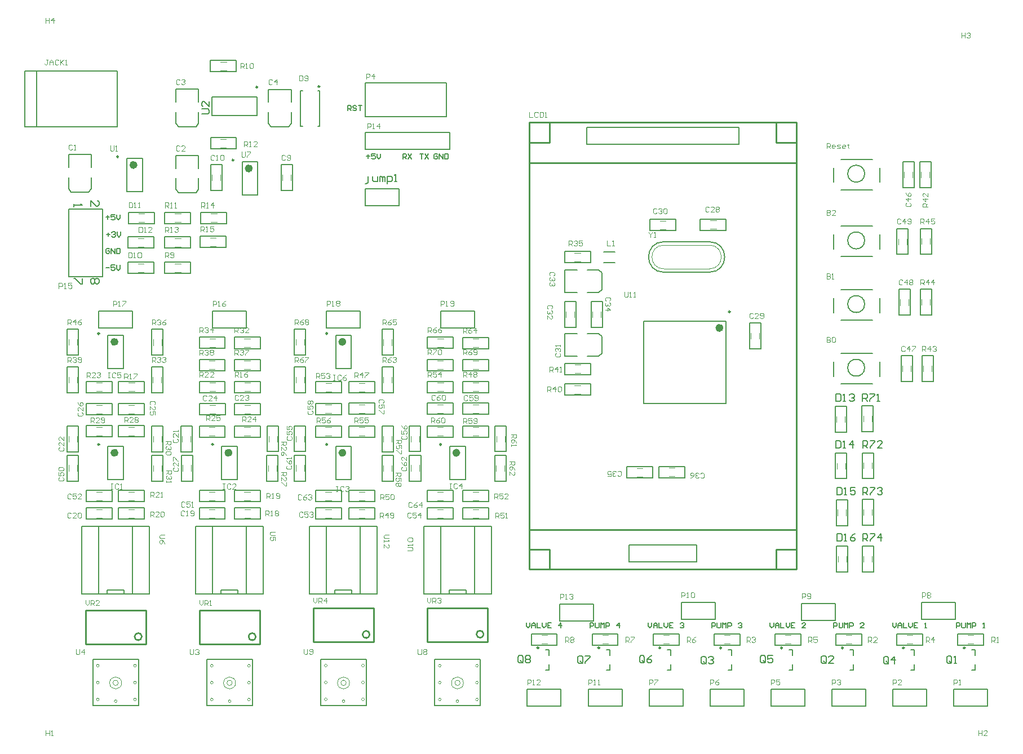
<source format=gto>
G04 Layer_Color=65535*
%FSTAX24Y24*%
%MOIN*%
G70*
G01*
G75*
%ADD22C,0.0236*%
%ADD39C,0.0098*%
%ADD40C,0.0060*%
%ADD41C,0.0039*%
%ADD42C,0.0100*%
%ADD43C,0.0020*%
%ADD44C,0.0079*%
%ADD45C,0.0070*%
%ADD46C,0.0050*%
%ADD47C,0.0040*%
%ADD48C,0.0059*%
%ADD49C,0.0080*%
%ADD50C,0.0049*%
%ADD51C,0.0049*%
D22*
X012756Y036024D02*
G03*
X012756Y036024I-000118J0D01*
G01*
X02503Y019205D02*
G03*
X02503Y019205I-000118J0D01*
G01*
X018291D02*
G03*
X018291Y019205I-000118J0D01*
G01*
X004813D02*
G03*
X004813Y019205I-000118J0D01*
G01*
X005935Y03623D02*
G03*
X005935Y03623I-000118J0D01*
G01*
X040591Y026594D02*
G03*
X040591Y026594I-000118J0D01*
G01*
X011552Y019205D02*
G03*
X011552Y019205I-000118J0D01*
G01*
X018291Y025768D02*
G03*
X018291Y025768I-000118J0D01*
G01*
X004813D02*
G03*
X004813Y025768I-000118J0D01*
G01*
D39*
X013159Y040837D02*
G03*
X013159Y040837I-000049J0D01*
G01*
X011752Y036518D02*
G03*
X011752Y036518I-000049J0D01*
G01*
X029784Y007667D02*
G03*
X029784Y007667I-000049J0D01*
G01*
X033386D02*
G03*
X033386Y007667I-000049J0D01*
G01*
X036988Y007667D02*
G03*
X036988Y007667I-000049J0D01*
G01*
X040591Y007667D02*
G03*
X040591Y007667I-000049J0D01*
G01*
X044193Y007667D02*
G03*
X044193Y007667I-000049J0D01*
G01*
X047795Y007667D02*
G03*
X047795Y007667I-000049J0D01*
G01*
X051398D02*
G03*
X051398Y007667I-000049J0D01*
G01*
X055Y007667D02*
G03*
X055Y007667I-000049J0D01*
G01*
X024026Y019699D02*
G03*
X024026Y019699I-000049J0D01*
G01*
X017287D02*
G03*
X017287Y019699I-000049J0D01*
G01*
X016831Y040876D02*
G03*
X016831Y040876I-000049J0D01*
G01*
X003809Y019699D02*
G03*
X003809Y019699I-000049J0D01*
G01*
X004931Y036724D02*
G03*
X004931Y036724I-000049J0D01*
G01*
X041112Y027549D02*
G03*
X041112Y027549I-000049J0D01*
G01*
X010548Y019699D02*
G03*
X010548Y019699I-000049J0D01*
G01*
X017287Y026262D02*
G03*
X017287Y026262I-000049J0D01*
G01*
X003809D02*
G03*
X003809Y026262I-000049J0D01*
G01*
D40*
X049061Y024237D02*
G03*
X049061Y024237I-0005J0D01*
G01*
Y028002D02*
G03*
X049061Y028002I-0005J0D01*
G01*
Y031767D02*
G03*
X049061Y031767I-0005J0D01*
G01*
Y035714D02*
G03*
X049061Y035714I-0005J0D01*
G01*
X037183Y031687D02*
G03*
X037183Y029887I0J-0009D01*
G01*
X039883D02*
G03*
X039883Y031687I0J0009D01*
G01*
X047661Y025087D02*
X049511D01*
X047211Y023737D02*
Y024587D01*
X047661Y023287D02*
X049511D01*
X049961Y023737D02*
Y024587D01*
X047661Y028852D02*
X049511D01*
X047211Y027502D02*
Y028352D01*
X047661Y027052D02*
X049511D01*
X049961Y027502D02*
Y028352D01*
X047661Y032617D02*
X049511D01*
X047211Y031267D02*
Y032117D01*
X047661Y030817D02*
X049511D01*
X049961Y031267D02*
Y032117D01*
X047661Y036564D02*
X049511D01*
X047211Y035214D02*
Y036064D01*
X047661Y034764D02*
X049511D01*
X049961Y035214D02*
Y036064D01*
X037183Y031687D02*
X039883D01*
X037183Y029887D02*
X039883D01*
D41*
X01166Y005598D02*
G03*
X01166Y005598I-000157J0D01*
G01*
X011857Y00559D02*
G03*
X011857Y00559I-000354J0D01*
G01*
X011581Y004516D02*
G03*
X011581Y004516I-000079J0D01*
G01*
X010531Y004616D02*
G03*
X010531Y004616I-000079J0D01*
G01*
Y005616D02*
G03*
X010531Y005616I-000079J0D01*
G01*
Y006616D02*
G03*
X010531Y006616I-000079J0D01*
G01*
X012731Y004616D02*
G03*
X012731Y004616I-000079J0D01*
G01*
Y005616D02*
G03*
X012731Y005616I-000079J0D01*
G01*
Y006616D02*
G03*
X012731Y006616I-000079J0D01*
G01*
X004921Y005598D02*
G03*
X004921Y005598I-000157J0D01*
G01*
X005118Y00559D02*
G03*
X005118Y00559I-000354J0D01*
G01*
X004843Y004516D02*
G03*
X004843Y004516I-000079J0D01*
G01*
X003793Y004616D02*
G03*
X003793Y004616I-000079J0D01*
G01*
Y005616D02*
G03*
X003793Y005616I-000079J0D01*
G01*
Y006616D02*
G03*
X003793Y006616I-000079J0D01*
G01*
X005993Y004616D02*
G03*
X005993Y004616I-000079J0D01*
G01*
Y005616D02*
G03*
X005993Y005616I-000079J0D01*
G01*
Y006616D02*
G03*
X005993Y006616I-000079J0D01*
G01*
X025138Y005598D02*
G03*
X025138Y005598I-000157J0D01*
G01*
X025335Y00559D02*
G03*
X025335Y00559I-000354J0D01*
G01*
X025059Y004516D02*
G03*
X025059Y004516I-000079J0D01*
G01*
X024009Y004616D02*
G03*
X024009Y004616I-000079J0D01*
G01*
Y005616D02*
G03*
X024009Y005616I-000079J0D01*
G01*
Y006616D02*
G03*
X024009Y006616I-000079J0D01*
G01*
X026209Y004616D02*
G03*
X026209Y004616I-000079J0D01*
G01*
Y005616D02*
G03*
X026209Y005616I-000079J0D01*
G01*
Y006616D02*
G03*
X026209Y006616I-000079J0D01*
G01*
X018399Y005598D02*
G03*
X018399Y005598I-000157J0D01*
G01*
X018596Y00559D02*
G03*
X018596Y00559I-000354J0D01*
G01*
X01832Y004516D02*
G03*
X01832Y004516I-000079J0D01*
G01*
X01727Y004616D02*
G03*
X01727Y004616I-000079J0D01*
G01*
Y005616D02*
G03*
X01727Y005616I-000079J0D01*
G01*
Y006616D02*
G03*
X01727Y006616I-000079J0D01*
G01*
X01947Y004616D02*
G03*
X01947Y004616I-000079J0D01*
G01*
Y005616D02*
G03*
X01947Y005616I-000079J0D01*
G01*
Y006616D02*
G03*
X01947Y006616I-000079J0D01*
G01*
D42*
X01305Y008328D02*
G03*
X01305Y008328I-000212J0D01*
G01*
X006311D02*
G03*
X006311Y008328I-000212J0D01*
G01*
X026527Y008476D02*
G03*
X026527Y008476I-000212J0D01*
G01*
X019789Y008456D02*
G03*
X019789Y008456I-000212J0D01*
G01*
X009718Y009878D02*
X013288D01*
X009718Y007878D02*
Y009878D01*
Y007878D02*
X013288D01*
Y009878D01*
X002979D02*
X006549D01*
X002979Y007878D02*
Y009878D01*
Y007878D02*
X006549D01*
Y009878D01*
X023195Y010026D02*
X026765D01*
X023195Y008026D02*
Y010026D01*
Y008026D02*
X026765D01*
Y010026D01*
X016456Y010006D02*
X020026D01*
X016456Y008006D02*
Y010006D01*
Y008006D02*
X020026D01*
Y010006D01*
X029241Y013474D02*
X030423D01*
Y012312D02*
Y013474D01*
X043823D02*
X045018D01*
X043823Y012319D02*
Y013474D01*
X045023Y012312D02*
Y038769D01*
X029236D02*
X045023D01*
X029236Y012312D02*
Y038769D01*
Y012312D02*
X045023D01*
X029236Y036369D02*
X045023D01*
X043823Y037569D02*
Y03875D01*
Y037569D02*
X045004D01*
X030423D02*
Y03875D01*
X029242Y037569D02*
X030423D01*
X029236Y014669D02*
X045023D01*
D43*
X037183Y031487D02*
G03*
X037183Y030087I0J-0007D01*
G01*
X039883D02*
G03*
X039883Y031487I0J0007D01*
G01*
X037183D02*
X039883D01*
X037183Y030087D02*
X039883D01*
D44*
X019514Y033821D02*
Y034821D01*
X021514D01*
Y033821D02*
Y034821D01*
X019514Y033821D02*
X021514D01*
X010472Y040246D02*
X01311D01*
X010472Y039144D02*
X01311D01*
Y040246D01*
X010472Y039144D02*
Y040246D01*
X012244Y034449D02*
X013169D01*
X012244Y036417D02*
X013169D01*
Y034449D02*
Y036417D01*
X012244Y034449D02*
Y036417D01*
X003762Y026596D02*
Y027596D01*
X005762D01*
Y026596D02*
Y027596D01*
X003762Y026596D02*
X005762D01*
X030187Y007549D02*
X030384D01*
Y007234D02*
Y007549D01*
X030187Y006368D02*
X030384D01*
Y006683D01*
X033789Y007549D02*
X033986D01*
Y007234D02*
Y007549D01*
X033789Y006368D02*
X033986D01*
Y006683D01*
X037392Y007549D02*
X037589D01*
Y007234D02*
Y007549D01*
X037392Y006368D02*
X037589D01*
Y006683D01*
X040994Y007549D02*
X041191D01*
Y007234D02*
Y007549D01*
X040994Y006368D02*
X041191D01*
Y006683D01*
X044597Y007549D02*
X044793D01*
Y007234D02*
Y007549D01*
X044597Y006368D02*
X044793D01*
Y006683D01*
X048199Y007549D02*
X048396D01*
Y007234D02*
Y007549D01*
X048199Y006368D02*
X048396D01*
Y006683D01*
X051801Y007549D02*
X051998D01*
Y007234D02*
Y007549D01*
X051801Y006368D02*
X051998D01*
Y006683D01*
X055404Y007549D02*
X0556D01*
Y007234D02*
Y007549D01*
X055404Y006368D02*
X0556D01*
Y006683D01*
X024518Y01763D02*
X025443D01*
X024518Y019599D02*
X025443D01*
Y01763D02*
Y019599D01*
X024518Y01763D02*
Y019599D01*
X017779Y01763D02*
X018704D01*
X017779Y019599D02*
X018704D01*
Y01763D02*
Y019599D01*
X017779Y01763D02*
Y019599D01*
X031328Y028681D02*
X032076D01*
X031328Y03002D02*
X032076D01*
X031328Y028681D02*
Y03002D01*
X033533Y028839D02*
Y029862D01*
X032667Y028681D02*
X033336D01*
X033336Y03002D02*
X033533Y029862D01*
X033336Y028681D02*
X033533Y028839D01*
X032667Y03002D02*
X033336D01*
X024514Y037138D02*
Y038138D01*
X019514Y037138D02*
X024514D01*
X019514Y038138D02*
X024514D01*
X019514Y037138D02*
Y038138D01*
X001985Y036093D02*
Y036841D01*
X003323Y036093D02*
Y036841D01*
X001985D02*
X003323D01*
X002142Y034636D02*
X003166D01*
X001985Y034833D02*
Y035502D01*
X003166Y034636D02*
X003323Y034833D01*
X001985Y034833D02*
X002142Y034636D01*
X003323Y034833D02*
Y035502D01*
X008337Y036033D02*
Y036781D01*
X009675Y036033D02*
Y036781D01*
X008337D02*
X009675D01*
X008494Y034577D02*
X009518D01*
X008337Y034774D02*
Y035443D01*
X009518Y034577D02*
X009675Y034774D01*
X008337Y034774D02*
X008494Y034577D01*
X009675Y034774D02*
Y035443D01*
X008337Y039961D02*
Y040709D01*
X009675Y039961D02*
Y040709D01*
X008337D02*
X009675D01*
X008494Y038504D02*
X009518D01*
X008337Y038701D02*
Y03937D01*
X009518Y038504D02*
X009675Y038701D01*
X008337Y038701D02*
X008494Y038504D01*
X009675Y038701D02*
Y03937D01*
X013809Y039951D02*
Y040699D01*
X015148Y039951D02*
Y040699D01*
X013809D02*
X015148D01*
X013967Y038494D02*
X01499D01*
X013809Y038691D02*
Y03936D01*
X01499Y038494D02*
X015148Y038691D01*
X013809Y038691D02*
X013967Y038494D01*
X015148Y038691D02*
Y03936D01*
X031328Y024921D02*
X032076D01*
X031328Y02626D02*
X032076D01*
X031328Y024921D02*
Y02626D01*
X033533Y025079D02*
Y026102D01*
X032667Y024921D02*
X033336D01*
X033336Y02626D02*
X033533Y026102D01*
X033336Y024921D02*
X033533Y025079D01*
X032667Y02626D02*
X033336D01*
X015699Y038533D02*
X015817D01*
X015699Y04062D02*
X015817D01*
X016722Y038533D02*
X016841D01*
X016722Y04062D02*
X016841D01*
X015699Y038533D02*
Y04062D01*
X016841Y038533D02*
Y04062D01*
X004301Y01763D02*
X005226D01*
X004301Y019599D02*
X005226D01*
Y01763D02*
Y019599D01*
X004301Y01763D02*
Y019599D01*
X054325Y004205D02*
Y005205D01*
X056325D01*
Y004205D02*
Y005205D01*
X054325Y004205D02*
X056325D01*
X050722D02*
Y005205D01*
X052722D01*
Y004205D02*
Y005205D01*
X050722Y004205D02*
X052722D01*
X04712D02*
Y005205D01*
X04912D01*
Y004205D02*
Y005205D01*
X04712Y004205D02*
X04912D01*
X043518D02*
Y005205D01*
X045518D01*
Y004205D02*
Y005205D01*
X043518Y004205D02*
X045518D01*
X039915D02*
Y005205D01*
X041915D01*
Y004205D02*
Y005205D01*
X039915Y004205D02*
X041915D01*
X036313D02*
Y005205D01*
X038313D01*
Y004205D02*
Y005205D01*
X036313Y004205D02*
X038313D01*
X054429Y009343D02*
Y010343D01*
X052429Y009343D02*
X054429D01*
X052429D02*
Y010343D01*
X054429D01*
X047341Y009293D02*
Y010293D01*
X045341Y009293D02*
X047341D01*
X045341D02*
Y010293D01*
X047341D01*
X040215Y009362D02*
Y010362D01*
X038215Y009362D02*
X040215D01*
X038215D02*
Y010362D01*
X040215D01*
X032711Y004205D02*
Y005205D01*
X034711D01*
Y004205D02*
Y005205D01*
X032711Y004205D02*
X034711D01*
X029108D02*
Y005205D01*
X031108D01*
Y004205D02*
Y005205D01*
X029108Y004205D02*
X031108D01*
X033035Y009264D02*
Y010264D01*
X031035Y009264D02*
X033035D01*
X031035D02*
Y010264D01*
X033035D01*
X001985Y029626D02*
Y033626D01*
X003985Y029626D02*
Y033626D01*
X001985D02*
X003985D01*
X001985Y029626D02*
X003985D01*
X010503Y026596D02*
Y027596D01*
X012503D01*
Y026596D02*
Y027596D01*
X010503Y026596D02*
X012503D01*
X017241D02*
Y027596D01*
X019241D01*
Y026596D02*
Y027596D01*
X017241Y026596D02*
X019241D01*
X02398D02*
Y027596D01*
X02598D01*
Y026596D02*
Y027596D01*
X02398Y026596D02*
X02598D01*
X005423Y034656D02*
X006348D01*
X005423Y036624D02*
X006348D01*
Y034656D02*
Y036624D01*
X005423Y034656D02*
Y036624D01*
X010153Y006994D02*
X012853D01*
X010153Y004244D02*
Y006994D01*
X012853Y004244D02*
Y006994D01*
X010153Y004244D02*
X012853D01*
X003414Y006994D02*
X006114D01*
X003414Y004244D02*
Y006994D01*
X006114Y004244D02*
Y006994D01*
X003414Y004244D02*
X006114D01*
X02363Y006994D02*
X02633D01*
X02363Y004244D02*
Y006994D01*
X02633Y004244D02*
Y006994D01*
X02363Y004244D02*
X02633D01*
X016891Y006994D02*
X019591D01*
X016891Y004244D02*
Y006994D01*
X019591Y004244D02*
Y006994D01*
X016891Y004244D02*
X019591D01*
X035984Y026988D02*
X040866D01*
X035984Y022106D02*
X040866D01*
Y026988D01*
X035984Y022106D02*
Y026988D01*
X01104Y01763D02*
X011965D01*
X01104Y019599D02*
X011965D01*
Y01763D02*
Y019599D01*
X01104Y01763D02*
Y019599D01*
X017779Y024193D02*
X018704D01*
X017779Y026161D02*
X018704D01*
Y024193D02*
Y026161D01*
X017779Y024193D02*
Y026161D01*
X019514Y039095D02*
X024314D01*
X019514Y041095D02*
X024314D01*
X019514Y039095D02*
Y041095D01*
X024314Y039095D02*
Y041095D01*
X004301Y024193D02*
Y026161D01*
X005226Y024193D02*
Y026161D01*
X004301D02*
X005226D01*
X004301Y024193D02*
X005226D01*
X035123Y012769D02*
Y013769D01*
X039123D01*
X035123Y012769D02*
X039123D01*
Y013769D01*
X032623Y037469D02*
X041623D01*
Y038469D01*
X032623D02*
X041623D01*
X032623Y037469D02*
Y038469D01*
D45*
X-000598Y038485D02*
Y041785D01*
X004852Y038485D02*
Y041785D01*
X-000598D02*
X004852D01*
X-000598Y038485D02*
X004852D01*
X000102D02*
Y041785D01*
D46*
X047326Y02043D02*
X047996D01*
X047326D02*
Y02196D01*
X047996D01*
Y02043D02*
Y02196D01*
X016585Y022741D02*
X018115D01*
Y023411D01*
X016585D02*
X018115D01*
X016585Y022741D02*
Y023411D01*
X048902Y020448D02*
Y021978D01*
Y020448D02*
X049572D01*
Y021978D01*
X048902D02*
X049572D01*
X047326Y019203D02*
X047996D01*
Y017673D02*
Y019203D01*
X047326Y017673D02*
X047996D01*
X047326D02*
Y019203D01*
X049582Y017673D02*
Y019203D01*
X048912D02*
X049582D01*
X048912Y017673D02*
Y019203D01*
Y017673D02*
X049582D01*
X047388Y014898D02*
X048058D01*
X047388D02*
Y016428D01*
X048058D01*
Y014898D02*
Y016428D01*
X048912Y014916D02*
Y016446D01*
Y014916D02*
X049582D01*
Y016446D01*
X048912D02*
X049582D01*
X047388Y013689D02*
X048058D01*
Y012159D02*
Y013689D01*
X047388Y012159D02*
X048058D01*
X047388D02*
Y013689D01*
X049582Y012159D02*
Y013689D01*
X048912D02*
X049582D01*
X048912Y012159D02*
Y013689D01*
Y012159D02*
X049582D01*
X018558Y022151D02*
X020088D01*
X018558Y021481D02*
Y022151D01*
Y021481D02*
X020088D01*
Y022151D01*
X016585Y022131D02*
X018115D01*
X016585Y021461D02*
Y022131D01*
Y021461D02*
X018115D01*
Y022131D01*
X023209Y022151D02*
X024739D01*
X023209Y021481D02*
Y022151D01*
Y021481D02*
X024739D01*
Y022151D01*
X0253Y022161D02*
X02683D01*
X0253Y021491D02*
Y022161D01*
Y021491D02*
X02683D01*
Y022161D01*
X02529Y020803D02*
X02682D01*
X02529Y020133D02*
Y020803D01*
Y020133D02*
X02682D01*
Y020803D01*
X023209D02*
X024739D01*
X023209Y020133D02*
Y020803D01*
Y020133D02*
X024739D01*
Y020803D01*
X018558D02*
X020088D01*
X018558Y020133D02*
Y020803D01*
Y020133D02*
X020088D01*
Y020803D01*
X016585D02*
X018115D01*
X016585Y020133D02*
Y020803D01*
Y020133D02*
X018115D01*
Y020803D01*
X02718Y017537D02*
Y019067D01*
Y017537D02*
X02785D01*
Y019067D01*
X02718D02*
X02785D01*
X027199Y019273D02*
Y020803D01*
Y019273D02*
X027869D01*
Y020803D01*
X027199D02*
X027869D01*
X02529Y01528D02*
X02682D01*
Y01595D01*
X02529D02*
X02682D01*
X02529Y01528D02*
Y01595D01*
Y016994D02*
X02682D01*
X02529Y016324D02*
Y016994D01*
Y016324D02*
X02682D01*
Y016994D01*
X02213Y019273D02*
Y020803D01*
Y019273D02*
X0228D01*
Y020803D01*
X02213D02*
X0228D01*
X02281Y017537D02*
Y019067D01*
X02214D02*
X02281D01*
X02214Y017537D02*
Y019067D01*
Y017537D02*
X02281D01*
X023209Y01595D02*
X024739D01*
X023209Y01528D02*
Y01595D01*
Y01528D02*
X024739D01*
Y01595D01*
X023209Y016994D02*
X024739D01*
X023209Y016324D02*
Y016994D01*
Y016324D02*
X024739D01*
Y016994D01*
X006894Y01927D02*
Y0208D01*
Y01927D02*
X007564D01*
Y0208D01*
X006894D02*
X007564D01*
X006894Y017537D02*
Y019067D01*
Y017537D02*
X007564D01*
Y019067D01*
X006894D02*
X007564D01*
X015339Y019273D02*
Y020803D01*
Y019273D02*
X016009D01*
Y020803D01*
X015339D02*
X016009D01*
Y017537D02*
Y019067D01*
X015339D02*
X016009D01*
X015339Y017537D02*
Y019067D01*
Y017537D02*
X016009D01*
X020516D02*
Y019067D01*
Y017537D02*
X021186D01*
Y019067D01*
X020516D02*
X021186D01*
X020516Y01927D02*
Y0208D01*
Y01927D02*
X021186D01*
Y0208D01*
X020516D02*
X021186D01*
X018558Y016994D02*
X020088D01*
X018558Y016324D02*
Y016994D01*
Y016324D02*
X020088D01*
Y016994D01*
X018558Y01528D02*
X020088D01*
Y01595D01*
X018558D02*
X020088D01*
X018558Y01528D02*
Y01595D01*
X016585D02*
X018115D01*
X016585Y01528D02*
Y01595D01*
Y01528D02*
X018115D01*
Y01595D01*
X016585Y016994D02*
X018115D01*
X016585Y016324D02*
Y016994D01*
Y016324D02*
X018115D01*
Y016994D01*
X015232Y034708D02*
Y036238D01*
X014562D02*
X015232D01*
X014562Y034708D02*
Y036238D01*
Y034708D02*
X015232D01*
X011047D02*
Y036238D01*
X010377D02*
X011047D01*
X010377Y034708D02*
Y036238D01*
Y034708D02*
X011047D01*
X039337Y032357D02*
X040867D01*
Y033027D01*
X039337D02*
X040867D01*
X039337Y032357D02*
Y033027D01*
X042249Y025362D02*
Y026892D01*
Y025362D02*
X042919D01*
Y026892D01*
X042249D02*
X042919D01*
X036357Y033027D02*
X037887D01*
X036357Y032357D02*
Y033027D01*
Y032357D02*
X037887D01*
Y033027D01*
X031984Y026612D02*
Y028142D01*
X031314D02*
X031984D01*
X031314Y026612D02*
Y028142D01*
Y026612D02*
X031984D01*
X032877Y026622D02*
Y028152D01*
Y026622D02*
X033547D01*
Y028152D01*
X032877D02*
X033547D01*
X034998Y018381D02*
X036528D01*
X034998Y017711D02*
Y018381D01*
Y017711D02*
X036528D01*
Y018381D01*
X036897Y017721D02*
X038427D01*
Y018391D01*
X036897D02*
X038427D01*
X036897Y017721D02*
Y018391D01*
X051215Y023418D02*
Y024948D01*
Y023418D02*
X051885D01*
Y024948D01*
X051215D02*
X051885D01*
X051077Y027345D02*
Y028875D01*
Y027345D02*
X051747D01*
Y028875D01*
X051077D02*
X051747D01*
X050959Y030938D02*
Y032468D01*
Y030938D02*
X051629D01*
Y032468D01*
X050959D02*
X051629D01*
X007672Y029813D02*
X009202D01*
Y030483D01*
X007672D02*
X009202D01*
X007672Y029813D02*
Y030483D01*
X010374Y041747D02*
X011904D01*
Y042417D01*
X010374D02*
X011904D01*
X010374Y041747D02*
Y042417D01*
X007672Y032764D02*
X009202D01*
Y033434D01*
X007672D02*
X009202D01*
X007672Y032764D02*
Y033434D01*
X010377Y03786D02*
X011907D01*
X010377Y03719D02*
Y03786D01*
Y03719D02*
X011907D01*
Y03786D01*
X007672Y031312D02*
X009202D01*
Y031982D01*
X007672D02*
X009202D01*
X007672Y031312D02*
Y031982D01*
X009808Y032764D02*
X011338D01*
Y033434D01*
X009808D02*
X011338D01*
X009808Y032764D02*
Y033434D01*
X009774Y032023D02*
X011304D01*
X009774Y031353D02*
Y032023D01*
Y031353D02*
X011304D01*
Y032023D01*
X011786Y022751D02*
X013316D01*
Y023421D01*
X011786D02*
X013316D01*
X011786Y022751D02*
Y023421D01*
X00971Y022751D02*
X01124D01*
Y023421D01*
X00971D02*
X01124D01*
X00971Y022751D02*
Y023421D01*
X011786Y026039D02*
X013316D01*
X011786Y025369D02*
Y026039D01*
Y025369D02*
X013316D01*
Y026039D01*
X007564Y022751D02*
Y024281D01*
X006894D02*
X007564D01*
X006894Y022751D02*
Y024281D01*
Y022751D02*
X007564D01*
X00971Y025378D02*
X01124D01*
Y026049D01*
X00971D02*
X01124D01*
X00971Y025378D02*
Y026049D01*
X031314Y031112D02*
X032844D01*
X031314Y030442D02*
Y031112D01*
Y030442D02*
X032844D01*
Y031112D01*
X006894Y024981D02*
Y026511D01*
Y024981D02*
X007564D01*
Y026511D01*
X006894D02*
X007564D01*
X011786Y02473D02*
X013316D01*
X011786Y02406D02*
Y02473D01*
Y02406D02*
X013316D01*
Y02473D01*
X00971D02*
X01124D01*
X00971Y02406D02*
Y02473D01*
Y02406D02*
X01124D01*
Y02473D01*
X002574Y022751D02*
Y024281D01*
X001904D02*
X002574D01*
X001904Y022751D02*
Y024281D01*
Y022751D02*
X002574D01*
X053116Y023418D02*
Y024948D01*
X052446D02*
X053116D01*
X052446Y023418D02*
Y024948D01*
Y023418D02*
X053116D01*
X053017Y027345D02*
Y028875D01*
X052347D02*
X053017D01*
X052347Y027345D02*
Y028875D01*
Y027345D02*
X053017D01*
Y030938D02*
Y032468D01*
X052347D02*
X053017D01*
X052347Y030938D02*
Y032468D01*
Y030938D02*
X053017D01*
X002574Y024981D02*
Y026511D01*
X001904D02*
X002574D01*
X001904Y024981D02*
Y026511D01*
Y024981D02*
X002574D01*
X02529Y022751D02*
X02682D01*
Y023421D01*
X02529D02*
X02682D01*
X02529Y022751D02*
Y023421D01*
X023209Y022751D02*
X024739D01*
Y023421D01*
X023209D02*
X024739D01*
X023209Y022751D02*
Y023421D01*
X021186Y022751D02*
Y024281D01*
X020516D02*
X021186D01*
X020516Y022751D02*
Y024281D01*
Y022751D02*
X021186D01*
X02529Y026029D02*
X02682D01*
X02529Y025359D02*
Y026029D01*
Y025359D02*
X02682D01*
Y026029D01*
X020516Y024981D02*
Y026511D01*
Y024981D02*
X021186D01*
Y026511D01*
X020516D02*
X021186D01*
X023209Y025378D02*
X024739D01*
Y026049D01*
X023209D02*
X024739D01*
X023209Y025378D02*
Y026049D01*
X016009Y022751D02*
Y024281D01*
X015339D02*
X016009D01*
X015339Y022751D02*
Y024281D01*
Y022751D02*
X016009D01*
Y024981D02*
Y026511D01*
X015339D02*
X016009D01*
X015339Y024981D02*
Y026511D01*
Y024981D02*
X016009D01*
X02529Y02473D02*
X02682D01*
X02529Y02406D02*
Y02473D01*
Y02406D02*
X02682D01*
Y02473D01*
X023209D02*
X024739D01*
X023209Y02406D02*
Y02473D01*
Y02406D02*
X024739D01*
Y02473D01*
X005496Y029813D02*
Y030483D01*
X007026D01*
Y029813D02*
Y030483D01*
X005496Y029813D02*
X007026D01*
X005515Y032764D02*
Y033434D01*
X007045D01*
Y032764D02*
Y033434D01*
X005515Y032764D02*
X007045D01*
X004932Y01528D02*
X006462D01*
Y01595D01*
X004932D02*
X006462D01*
X004932Y01528D02*
Y01595D01*
Y016994D02*
X006462D01*
X004932Y016324D02*
Y016994D01*
Y016324D02*
X006462D01*
Y016994D01*
X003022Y01595D02*
X004552D01*
X003022Y01528D02*
Y01595D01*
Y01528D02*
X004552D01*
Y01595D01*
X003022Y016994D02*
X004552D01*
X003022Y016324D02*
Y016994D01*
Y016324D02*
X004552D01*
Y016994D01*
X003022Y020812D02*
X004552D01*
X003022Y020142D02*
Y020812D01*
Y020142D02*
X004552D01*
Y020812D01*
X004932D02*
X006462D01*
X004932Y020142D02*
Y020812D01*
Y020142D02*
X006462D01*
Y020812D01*
X002574Y017537D02*
Y019067D01*
X001904D02*
X002574D01*
X001904Y017537D02*
Y019067D01*
Y017537D02*
X002574D01*
X00971Y016994D02*
X01124D01*
X00971Y016324D02*
Y016994D01*
Y016324D02*
X01124D01*
Y016994D01*
X00971Y01595D02*
X01124D01*
X00971Y01528D02*
Y01595D01*
Y01528D02*
X01124D01*
Y01595D01*
X011786Y01528D02*
X013316D01*
Y01595D01*
X011786D02*
X013316D01*
X011786Y01528D02*
Y01595D01*
Y016994D02*
X013316D01*
X011786Y016324D02*
Y016994D01*
Y016324D02*
X013316D01*
Y016994D01*
X009316Y017537D02*
Y019067D01*
X008646D02*
X009316D01*
X008646Y017537D02*
Y019067D01*
Y017537D02*
X009316D01*
X008617Y01927D02*
Y0208D01*
Y01927D02*
X009287D01*
Y0208D01*
X008617D02*
X009287D01*
X00971Y020803D02*
X01124D01*
X00971Y020133D02*
Y020803D01*
Y020133D02*
X01124D01*
Y020803D01*
X011786D02*
X013316D01*
X011786Y020133D02*
Y020803D01*
Y020133D02*
X013316D01*
Y020803D01*
X013705Y017537D02*
Y019067D01*
Y017537D02*
X014375D01*
Y019067D01*
X013705D02*
X014375D01*
X013725Y019273D02*
Y020803D01*
Y019273D02*
X014395D01*
Y020803D01*
X013725D02*
X014395D01*
X00972Y022122D02*
X01125D01*
X00972Y021452D02*
Y022122D01*
Y021452D02*
X01125D01*
Y022122D01*
X011796D02*
X013326D01*
X011796Y021452D02*
Y022122D01*
Y021452D02*
X013326D01*
Y022122D01*
X05456Y007829D02*
X05609D01*
Y008499D01*
X05456D02*
X05609D01*
X05456Y007829D02*
Y008499D01*
X050957Y007829D02*
X052487D01*
Y008499D01*
X050957D02*
X052487D01*
X050957Y007829D02*
Y008499D01*
X047355Y007829D02*
X048885D01*
Y008499D01*
X047355D02*
X048885D01*
X047355Y007829D02*
Y008499D01*
X043753Y007829D02*
X045283D01*
Y008499D01*
X043753D02*
X045283D01*
X043753Y007829D02*
Y008499D01*
X04015Y007829D02*
X04168D01*
Y008499D01*
X04015D02*
X04168D01*
X04015Y007829D02*
Y008499D01*
X036548Y007829D02*
X038078D01*
Y008499D01*
X036548D02*
X038078D01*
X036548Y007829D02*
Y008499D01*
X032946Y007829D02*
X034476D01*
Y008499D01*
X032946D02*
X034476D01*
X032946Y007829D02*
Y008499D01*
X029343Y007829D02*
X030873D01*
Y008499D01*
X029343D02*
X030873D01*
X029343Y007829D02*
Y008499D01*
X051314Y034885D02*
Y036415D01*
Y034885D02*
X051984D01*
Y036415D01*
X051314D02*
X051984D01*
X052988Y034885D02*
Y036415D01*
X052318D02*
X052988D01*
X052318Y034885D02*
Y036415D01*
Y034885D02*
X052988D01*
X018558Y022741D02*
X020088D01*
Y023411D01*
X018558D02*
X020088D01*
X018558Y022741D02*
Y023411D01*
X031314Y023823D02*
X032844D01*
Y024493D01*
X031314D02*
X032844D01*
X031314Y023823D02*
Y024493D01*
Y023293D02*
X032844D01*
X031314Y022623D02*
Y023293D01*
Y022623D02*
X032844D01*
Y023293D01*
X004939Y022122D02*
X006469D01*
X004939Y021452D02*
Y022122D01*
Y021452D02*
X006469D01*
Y022122D01*
X00302Y022112D02*
X00455D01*
X00302Y021442D02*
Y022112D01*
Y021442D02*
X00455D01*
Y022112D01*
X004939Y022751D02*
X006469D01*
Y023421D01*
X004939D02*
X006469D01*
X004939Y022751D02*
Y023421D01*
X003022Y022751D02*
X004552D01*
Y023421D01*
X003022D02*
X004552D01*
X003022Y022751D02*
Y023421D01*
X001904Y01927D02*
Y0208D01*
Y01927D02*
X002574D01*
Y0208D01*
X001904D02*
X002574D01*
X005496Y031312D02*
Y031982D01*
X007026D01*
Y031312D02*
Y031982D01*
X005496Y031312D02*
X007026D01*
D47*
X047906Y02103D02*
Y02137D01*
X047406Y02103D02*
Y02137D01*
X017185Y023331D02*
X017525D01*
X017185Y022831D02*
X017525D01*
X049492Y021038D02*
Y021378D01*
X048992Y021038D02*
Y021378D01*
X047416Y018263D02*
Y018603D01*
X047916Y018263D02*
Y018603D01*
X048992Y018273D02*
Y018613D01*
X049492Y018273D02*
Y018613D01*
X047968Y015498D02*
Y015838D01*
X047468Y015498D02*
Y015838D01*
X049502Y015506D02*
Y015846D01*
X049002Y015506D02*
Y015846D01*
X047478Y012749D02*
Y013089D01*
X047978Y012749D02*
Y013089D01*
X048992Y012759D02*
Y013099D01*
X049492Y012759D02*
Y013099D01*
X019148Y021561D02*
X019488D01*
X019148Y022061D02*
X019488D01*
X017175Y021541D02*
X017515D01*
X017175Y022041D02*
X017515D01*
X023799Y021561D02*
X024139D01*
X023799Y022061D02*
X024139D01*
X02589Y021571D02*
X02623D01*
X02589Y022071D02*
X02623D01*
X02588Y020213D02*
X02622D01*
X02588Y020713D02*
X02622D01*
X023799Y020213D02*
X024139D01*
X023799Y020713D02*
X024139D01*
X019148Y020213D02*
X019488D01*
X019148Y020713D02*
X019488D01*
X017175Y020213D02*
X017515D01*
X017175Y020713D02*
X017515D01*
X02777Y018127D02*
Y018467D01*
X02727Y018127D02*
Y018467D01*
X027789Y019863D02*
Y020203D01*
X027289Y019863D02*
Y020203D01*
X02589Y01587D02*
X02623D01*
X02589Y01537D02*
X02623D01*
X02588Y016404D02*
X02622D01*
X02588Y016904D02*
X02622D01*
X02272Y019863D02*
Y020203D01*
X02222Y019863D02*
Y020203D01*
Y018137D02*
Y018477D01*
X02272Y018137D02*
Y018477D01*
X023799Y01536D02*
X024139D01*
X023799Y01586D02*
X024139D01*
X023799Y016404D02*
X024139D01*
X023799Y016904D02*
X024139D01*
X007484Y01986D02*
Y0202D01*
X006984Y01986D02*
Y0202D01*
X007484Y018127D02*
Y018467D01*
X006984Y018127D02*
Y018467D01*
X015929Y019863D02*
Y020203D01*
X015429Y019863D02*
Y020203D01*
X015419Y018137D02*
Y018477D01*
X015919Y018137D02*
Y018477D01*
X021106Y018127D02*
Y018467D01*
X020606Y018127D02*
Y018467D01*
X021106Y01986D02*
Y0202D01*
X020606Y01986D02*
Y0202D01*
X019148Y016404D02*
X019488D01*
X019148Y016904D02*
X019488D01*
X019158Y01587D02*
X019498D01*
X019158Y01537D02*
X019498D01*
X017175Y01536D02*
X017515D01*
X017175Y01586D02*
X017515D01*
X017175Y016404D02*
X017515D01*
X017175Y016904D02*
X017515D01*
X014642Y035308D02*
Y035648D01*
X015142Y035308D02*
Y035648D01*
X010457Y035308D02*
Y035648D01*
X010957Y035308D02*
Y035648D01*
X039937Y032947D02*
X040277D01*
X039937Y032447D02*
X040277D01*
X042839Y025952D02*
Y026292D01*
X042339Y025952D02*
Y026292D01*
X036947Y032437D02*
X037287D01*
X036947Y032937D02*
X037287D01*
X031394Y027212D02*
Y027552D01*
X031894Y027212D02*
Y027552D01*
X033467Y027212D02*
Y027552D01*
X032967Y027212D02*
Y027552D01*
X035588Y017791D02*
X035928D01*
X035588Y018291D02*
X035928D01*
X037497Y018311D02*
X037837D01*
X037497Y017811D02*
X037837D01*
X051805Y024008D02*
Y024348D01*
X051305Y024008D02*
Y024348D01*
X051667Y027935D02*
Y028275D01*
X051167Y027935D02*
Y028275D01*
X051549Y031528D02*
Y031868D01*
X051049Y031528D02*
Y031868D01*
X008272Y030403D02*
X008612D01*
X008272Y029903D02*
X008612D01*
X010974Y042337D02*
X011314D01*
X010974Y041837D02*
X011314D01*
X008272Y033354D02*
X008612D01*
X008272Y032854D02*
X008612D01*
X010967Y03727D02*
X011307D01*
X010967Y03777D02*
X011307D01*
X008272Y031902D02*
X008612D01*
X008272Y031402D02*
X008612D01*
X010408Y033354D02*
X010748D01*
X010408Y032854D02*
X010748D01*
X010364Y031433D02*
X010704D01*
X010364Y031933D02*
X010704D01*
X012386Y023341D02*
X012726D01*
X012386Y022841D02*
X012726D01*
X01031Y023341D02*
X01065D01*
X01031Y022841D02*
X01065D01*
X012376Y025449D02*
X012716D01*
X012376Y025949D02*
X012716D01*
X006974Y023351D02*
Y023691D01*
X007474Y023351D02*
Y023691D01*
X01031Y025968D02*
X01065D01*
X01031Y025468D02*
X01065D01*
X031904Y030522D02*
X032244D01*
X031904Y031022D02*
X032244D01*
X007484Y025571D02*
Y025911D01*
X006984Y025571D02*
Y025911D01*
X012376Y02414D02*
X012716D01*
X012376Y02464D02*
X012716D01*
X0103Y02414D02*
X01064D01*
X0103Y02464D02*
X01064D01*
X001984Y023351D02*
Y023691D01*
X002484Y023351D02*
Y023691D01*
X052526Y024018D02*
Y024358D01*
X053026Y024018D02*
Y024358D01*
X052427Y027945D02*
Y028285D01*
X052927Y027945D02*
Y028285D01*
X052427Y031538D02*
Y031878D01*
X052927Y031538D02*
Y031878D01*
X001984Y025581D02*
Y025921D01*
X002484Y025581D02*
Y025921D01*
X02589Y023341D02*
X02623D01*
X02589Y022841D02*
X02623D01*
X023809Y023341D02*
X024149D01*
X023809Y022841D02*
X024149D01*
X020596Y023351D02*
Y023691D01*
X021096Y023351D02*
Y023691D01*
X02588Y025439D02*
X02622D01*
X02588Y025939D02*
X02622D01*
X021106Y025571D02*
Y025911D01*
X020606Y025571D02*
Y025911D01*
X023809Y025968D02*
X024149D01*
X023809Y025468D02*
X024149D01*
X015419Y023351D02*
Y023691D01*
X015919Y023351D02*
Y023691D01*
X015419Y025581D02*
Y025921D01*
X015919Y025581D02*
Y025921D01*
X02588Y02414D02*
X02622D01*
X02588Y02464D02*
X02622D01*
X023799Y02414D02*
X024139D01*
X023799Y02464D02*
X024139D01*
X006096Y029903D02*
X006436D01*
X006096Y030403D02*
X006436D01*
X006115Y032854D02*
X006455D01*
X006115Y033354D02*
X006455D01*
X005532Y01587D02*
X005872D01*
X005532Y01537D02*
X005872D01*
X005522Y016404D02*
X005862D01*
X005522Y016904D02*
X005862D01*
X003612Y01536D02*
X003952D01*
X003612Y01586D02*
X003952D01*
X003612Y016404D02*
X003952D01*
X003612Y016904D02*
X003952D01*
X003612Y020222D02*
X003952D01*
X003612Y020722D02*
X003952D01*
X005522Y020222D02*
X005862D01*
X005522Y020722D02*
X005862D01*
X001984Y018137D02*
Y018477D01*
X002484Y018137D02*
Y018477D01*
X0103Y016404D02*
X01064D01*
X0103Y016904D02*
X01064D01*
X0103Y01536D02*
X01064D01*
X0103Y01586D02*
X01064D01*
X012386Y01587D02*
X012726D01*
X012386Y01537D02*
X012726D01*
X012376Y016404D02*
X012716D01*
X012376Y016904D02*
X012716D01*
X008726Y018137D02*
Y018477D01*
X009226Y018137D02*
Y018477D01*
X009207Y01986D02*
Y0202D01*
X008707Y01986D02*
Y0202D01*
X0103Y020213D02*
X01064D01*
X0103Y020713D02*
X01064D01*
X012376Y020213D02*
X012716D01*
X012376Y020713D02*
X012716D01*
X014295Y018127D02*
Y018467D01*
X013795Y018127D02*
Y018467D01*
X014315Y019863D02*
Y020203D01*
X013815Y019863D02*
Y020203D01*
X01031Y021532D02*
X01065D01*
X01031Y022032D02*
X01065D01*
X012386Y021532D02*
X012726D01*
X012386Y022032D02*
X012726D01*
X05516Y008419D02*
X0555D01*
X05516Y007919D02*
X0555D01*
X051557Y008419D02*
X051897D01*
X051557Y007919D02*
X051897D01*
X047955Y008419D02*
X048295D01*
X047955Y007919D02*
X048295D01*
X044353Y008419D02*
X044693D01*
X044353Y007919D02*
X044693D01*
X04075Y008419D02*
X04109D01*
X04075Y007919D02*
X04109D01*
X037148Y008419D02*
X037488D01*
X037148Y007919D02*
X037488D01*
X033546Y008419D02*
X033886D01*
X033546Y007919D02*
X033886D01*
X029943Y008419D02*
X030283D01*
X029943Y007919D02*
X030283D01*
X051904Y035475D02*
Y035815D01*
X051404Y035475D02*
Y035815D01*
X052398Y035485D02*
Y035825D01*
X052898Y035485D02*
Y035825D01*
X019158Y023331D02*
X019498D01*
X019158Y022831D02*
X019498D01*
X031914Y024413D02*
X032254D01*
X031914Y023913D02*
X032254D01*
X031904Y022703D02*
X032244D01*
X031904Y023203D02*
X032244D01*
X005529Y021532D02*
X005869D01*
X005529Y022032D02*
X005869D01*
X00361Y021522D02*
X00395D01*
X00361Y022022D02*
X00395D01*
X005539Y023341D02*
X005879D01*
X005539Y022841D02*
X005879D01*
X003622Y023341D02*
X003962D01*
X003622Y022841D02*
X003962D01*
X002494Y01986D02*
Y0202D01*
X001994Y01986D02*
Y0202D01*
X006096Y031402D02*
X006436D01*
X006096Y031902D02*
X006436D01*
D48*
X033642Y031087D02*
X034281D01*
X033632Y030448D02*
X034291D01*
X019533Y035116D02*
X019606D01*
X019678Y035188D01*
Y035549D01*
X019966D02*
Y035332D01*
X020038Y03526D01*
X020255D01*
Y035549D01*
X020399Y03526D02*
Y035549D01*
X020471D01*
X020544Y035477D01*
Y03526D01*
Y035477D01*
X020616Y035549D01*
X020688Y035477D01*
Y03526D01*
X020832Y035116D02*
Y035549D01*
X021049D01*
X021121Y035477D01*
Y035332D01*
X021049Y03526D01*
X020832D01*
X021265D02*
X021409D01*
X021337D01*
Y035693D01*
X021265Y035621D01*
X009862Y039252D02*
X010223D01*
X010295Y039324D01*
Y039468D01*
X010223Y039541D01*
X009862D01*
X010295Y039974D02*
Y039685D01*
X010007Y039974D01*
X009934D01*
X009862Y039901D01*
Y039757D01*
X009934Y039685D01*
X048946Y013976D02*
Y014409D01*
X049163D01*
X049235Y014336D01*
Y014192D01*
X049163Y01412D01*
X048946D01*
X04909D02*
X049235Y013976D01*
X049379Y014409D02*
X049668D01*
Y014336D01*
X049379Y014048D01*
Y013976D01*
X050028D02*
Y014409D01*
X049812Y014192D01*
X050101D01*
X048946Y016726D02*
Y017159D01*
X049163D01*
X049235Y017086D01*
Y016942D01*
X049163Y01687D01*
X048946D01*
X04909D02*
X049235Y016726D01*
X049379Y017159D02*
X049668D01*
Y017086D01*
X049379Y016798D01*
Y016726D01*
X049812Y017086D02*
X049884Y017159D01*
X050028D01*
X050101Y017086D01*
Y017014D01*
X050028Y016942D01*
X049956D01*
X050028D01*
X050101Y01687D01*
Y016798D01*
X050028Y016726D01*
X049884D01*
X049812Y016798D01*
X048946Y019489D02*
Y019922D01*
X049162D01*
X049234Y01985D01*
Y019706D01*
X049162Y019634D01*
X048946D01*
X04909D02*
X049234Y019489D01*
X049379Y019922D02*
X049667D01*
Y01985D01*
X049379Y019562D01*
Y019489D01*
X0501D02*
X049812D01*
X0501Y019778D01*
Y01985D01*
X050028Y019922D01*
X049884D01*
X049812Y01985D01*
X048933Y022266D02*
Y022699D01*
X04915D01*
X049222Y022626D01*
Y022482D01*
X04915Y02241D01*
X048933D01*
X049078D02*
X049222Y022266D01*
X049366Y022699D02*
X049655D01*
Y022626D01*
X049366Y022338D01*
Y022266D01*
X049799D02*
X049944D01*
X049871D01*
Y022699D01*
X049799Y022626D01*
X047426Y014411D02*
Y013978D01*
X047643D01*
X047715Y01405D01*
Y014339D01*
X047643Y014411D01*
X047426D01*
X047859Y013978D02*
X048004D01*
X047932D01*
Y014411D01*
X047859Y014339D01*
X048509Y014411D02*
X048364Y014339D01*
X04822Y014194D01*
Y01405D01*
X048292Y013978D01*
X048437D01*
X048509Y01405D01*
Y014122D01*
X048437Y014194D01*
X04822D01*
X047423Y017149D02*
Y016716D01*
X04764D01*
X047712Y016788D01*
Y017076D01*
X04764Y017149D01*
X047423D01*
X047856Y016716D02*
X048001D01*
X047928D01*
Y017149D01*
X047856Y017076D01*
X048506Y017149D02*
X048217D01*
Y016932D01*
X048361Y017004D01*
X048434D01*
X048506Y016932D01*
Y016788D01*
X048434Y016716D01*
X048289D01*
X048217Y016788D01*
X047359Y019921D02*
Y019488D01*
X047575D01*
X047647Y01956D01*
Y019849D01*
X047575Y019921D01*
X047359D01*
X047792Y019488D02*
X047936D01*
X047864D01*
Y019921D01*
X047792Y019849D01*
X048369Y019488D02*
Y019921D01*
X048152Y019704D01*
X048441D01*
X047363Y022679D02*
Y022246D01*
X04758D01*
X047652Y022318D01*
Y022606D01*
X04758Y022679D01*
X047363D01*
X047796Y022246D02*
X047941D01*
X047868D01*
Y022679D01*
X047796Y022606D01*
X048157D02*
X048229Y022679D01*
X048374D01*
X048446Y022606D01*
Y022534D01*
X048374Y022462D01*
X048301D01*
X048374D01*
X048446Y02239D01*
Y022318D01*
X048374Y022246D01*
X048229D01*
X048157Y022318D01*
X028852Y006844D02*
Y007132D01*
X028779Y007205D01*
X028635D01*
X028563Y007132D01*
Y006844D01*
X028635Y006772D01*
X028779D01*
X028707Y006916D02*
X028852Y006772D01*
X028779D02*
X028852Y006844D01*
X028996Y007132D02*
X029068Y007205D01*
X029212D01*
X029285Y007132D01*
Y00706D01*
X029212Y006988D01*
X029285Y006916D01*
Y006844D01*
X029212Y006772D01*
X029068D01*
X028996Y006844D01*
Y006916D01*
X029068Y006988D01*
X028996Y00706D01*
Y007132D01*
X029068Y006988D02*
X029212D01*
X032385Y006824D02*
Y007113D01*
X032313Y007185D01*
X032169D01*
X032096Y007113D01*
Y006824D01*
X032169Y006752D01*
X032313D01*
X032241Y006896D02*
X032385Y006752D01*
X032313D02*
X032385Y006824D01*
X032529Y007185D02*
X032818D01*
Y007113D01*
X032529Y006824D01*
Y006752D01*
X036037Y006844D02*
Y007132D01*
X035965Y007205D01*
X03582D01*
X035748Y007132D01*
Y006844D01*
X03582Y006772D01*
X035965D01*
X035892Y006916D02*
X036037Y006772D01*
X035965D02*
X036037Y006844D01*
X03647Y007205D02*
X036325Y007132D01*
X036181Y006988D01*
Y006844D01*
X036253Y006772D01*
X036397D01*
X03647Y006844D01*
Y006916D01*
X036397Y006988D01*
X036181D01*
X039678Y006795D02*
Y007083D01*
X039606Y007155D01*
X039462D01*
X03939Y007083D01*
Y006795D01*
X039462Y006722D01*
X039606D01*
X039534Y006867D02*
X039678Y006722D01*
X039606D02*
X039678Y006795D01*
X039823Y007083D02*
X039895Y007155D01*
X040039D01*
X040111Y007083D01*
Y007011D01*
X040039Y006939D01*
X039967D01*
X040039D01*
X040111Y006867D01*
Y006795D01*
X040039Y006722D01*
X039895D01*
X039823Y006795D01*
X043192Y006844D02*
Y007132D01*
X04312Y007205D01*
X042976D01*
X042904Y007132D01*
Y006844D01*
X042976Y006772D01*
X04312D01*
X043048Y006916D02*
X043192Y006772D01*
X04312D02*
X043192Y006844D01*
X043625Y007205D02*
X043336D01*
Y006988D01*
X043481Y00706D01*
X043553D01*
X043625Y006988D01*
Y006844D01*
X043553Y006772D01*
X043409D01*
X043336Y006844D01*
X046785Y006824D02*
Y007113D01*
X046713Y007185D01*
X046568D01*
X046496Y007113D01*
Y006824D01*
X046568Y006752D01*
X046713D01*
X04664Y006896D02*
X046785Y006752D01*
X046713D02*
X046785Y006824D01*
X047218Y006752D02*
X046929D01*
X047218Y007041D01*
Y007113D01*
X047145Y007185D01*
X047001D01*
X046929Y007113D01*
X050466Y006804D02*
Y007093D01*
X050394Y007165D01*
X050249D01*
X050177Y007093D01*
Y006804D01*
X050249Y006732D01*
X050394D01*
X050321Y006877D02*
X050466Y006732D01*
X050394D02*
X050466Y006804D01*
X050827Y006732D02*
Y007165D01*
X05061Y006949D01*
X050899D01*
X054206Y006824D02*
Y007113D01*
X054134Y007185D01*
X053989D01*
X053917Y007113D01*
Y006824D01*
X053989Y006752D01*
X054134D01*
X054062Y006896D02*
X054206Y006752D01*
X054134D02*
X054206Y006824D01*
X05435Y006752D02*
X054495D01*
X054422D01*
Y007185D01*
X05435Y007113D01*
X004193Y03314D02*
X004403D01*
X004298Y033245D02*
Y033035D01*
X004718Y033297D02*
X004508D01*
Y03314D01*
X004613Y033192D01*
X004665D01*
X004718Y03314D01*
Y033035D01*
X004665Y032982D01*
X00456D01*
X004508Y033035D01*
X004823Y033297D02*
Y033087D01*
X004928Y032982D01*
X005033Y033087D01*
Y033297D01*
X004222Y032126D02*
X004432D01*
X004327Y032231D02*
Y032021D01*
X004537Y032231D02*
X00459Y032283D01*
X004695D01*
X004747Y032231D01*
Y032178D01*
X004695Y032126D01*
X004642D01*
X004695D01*
X004747Y032074D01*
Y032021D01*
X004695Y031969D01*
X00459D01*
X004537Y032021D01*
X004852Y032283D02*
Y032074D01*
X004957Y031969D01*
X005062Y032074D01*
Y032283D01*
X004403Y03125D02*
X00435Y031302D01*
X004245D01*
X004193Y03125D01*
Y03104D01*
X004245Y030988D01*
X00435D01*
X004403Y03104D01*
Y031145D01*
X004298D01*
X004508Y030988D02*
Y031302D01*
X004718Y030988D01*
Y031302D01*
X004823D02*
Y030988D01*
X00498D01*
X005033Y03104D01*
Y03125D01*
X00498Y031302D01*
X004823D01*
X004193Y030148D02*
X004403D01*
X004718Y030305D02*
X004508D01*
Y030148D01*
X004613Y0302D01*
X004665D01*
X004718Y030148D01*
Y030043D01*
X004665Y02999D01*
X00456D01*
X004508Y030043D01*
X004823Y030305D02*
Y030095D01*
X004928Y02999D01*
X005033Y030095D01*
Y030305D01*
X019594Y036742D02*
X019804D01*
X019699Y036847D02*
Y036637D01*
X020119Y036899D02*
X019909D01*
Y036742D01*
X020014Y036795D01*
X020066D01*
X020119Y036742D01*
Y036637D01*
X020066Y036585D01*
X019961D01*
X019909Y036637D01*
X020224Y036899D02*
Y03669D01*
X020329Y036585D01*
X020434Y03669D01*
Y036899D01*
X023804Y036847D02*
X023751Y036899D01*
X023646D01*
X023594Y036847D01*
Y036637D01*
X023646Y036585D01*
X023751D01*
X023804Y036637D01*
Y036742D01*
X023699D01*
X023909Y036585D02*
Y036899D01*
X024119Y036585D01*
Y036899D01*
X024224D02*
Y036585D01*
X024381D01*
X024434Y036637D01*
Y036847D01*
X024381Y036899D01*
X024224D01*
X021751Y036585D02*
Y036899D01*
X021909D01*
X021961Y036847D01*
Y036742D01*
X021909Y03669D01*
X021751D01*
X021856D02*
X021961Y036585D01*
X022066Y036899D02*
X022276Y036585D01*
Y036899D02*
X022066Y036585D01*
X022751Y036899D02*
X022961D01*
X022856D01*
Y036585D01*
X023066Y036899D02*
X023276Y036585D01*
Y036899D02*
X023066Y036585D01*
X018482Y039439D02*
Y039754D01*
X018639D01*
X018692Y039701D01*
Y039596D01*
X018639Y039544D01*
X018482D01*
X018587D02*
X018692Y039439D01*
X019007Y039701D02*
X018954Y039754D01*
X018849D01*
X018797Y039701D01*
Y039649D01*
X018849Y039596D01*
X018954D01*
X019007Y039544D01*
Y039491D01*
X018954Y039439D01*
X018849D01*
X018797Y039491D01*
X019111Y039754D02*
X019321D01*
X019216D01*
Y039439D01*
X054485Y008839D02*
Y009153D01*
X054643D01*
X054695Y009101D01*
Y008996D01*
X054643Y008944D01*
X054485D01*
X0548Y009153D02*
Y008891D01*
X054853Y008839D01*
X054957D01*
X05501Y008891D01*
Y009153D01*
X055115Y008839D02*
Y009153D01*
X05522Y009048D01*
X055325Y009153D01*
Y008839D01*
X05543D02*
Y009153D01*
X055587D01*
X05564Y009101D01*
Y008996D01*
X055587Y008944D01*
X05543D01*
X056059Y008839D02*
X056164D01*
X056112D01*
Y009153D01*
X056059Y009101D01*
X050725Y009153D02*
Y008944D01*
X05083Y008839D01*
X050935Y008944D01*
Y009153D01*
X05104Y008839D02*
Y009048D01*
X051145Y009153D01*
X05125Y009048D01*
Y008839D01*
Y008996D01*
X05104D01*
X051355Y009153D02*
Y008839D01*
X051565D01*
X05167Y009153D02*
Y008944D01*
X051775Y008839D01*
X05188Y008944D01*
Y009153D01*
X052195D02*
X051985D01*
Y008839D01*
X052195D01*
X051985Y008996D02*
X05209D01*
X052615Y008839D02*
X05272D01*
X052667D01*
Y009153D01*
X052615Y009101D01*
X047228Y008839D02*
Y009153D01*
X047385D01*
X047438Y009101D01*
Y008996D01*
X047385Y008944D01*
X047228D01*
X047543Y009153D02*
Y008891D01*
X047595Y008839D01*
X0477D01*
X047753Y008891D01*
Y009153D01*
X047858Y008839D02*
Y009153D01*
X047963Y009048D01*
X048068Y009153D01*
Y008839D01*
X048173D02*
Y009153D01*
X04833D01*
X048382Y009101D01*
Y008996D01*
X04833Y008944D01*
X048173D01*
X049012Y008839D02*
X048802D01*
X049012Y009048D01*
Y009101D01*
X04896Y009153D01*
X048855D01*
X048802Y009101D01*
X043468Y009153D02*
Y008944D01*
X043573Y008839D01*
X043678Y008944D01*
Y009153D01*
X043783Y008839D02*
Y009048D01*
X043888Y009153D01*
X043993Y009048D01*
Y008839D01*
Y008996D01*
X043783D01*
X044098Y009153D02*
Y008839D01*
X044308D01*
X044413Y009153D02*
Y008944D01*
X044518Y008839D01*
X044623Y008944D01*
Y009153D01*
X044938D02*
X044728D01*
Y008839D01*
X044938D01*
X044728Y008996D02*
X044833D01*
X045567Y008839D02*
X045357D01*
X045567Y009048D01*
Y009101D01*
X045515Y009153D01*
X04541D01*
X045357Y009101D01*
X040023Y008839D02*
Y009153D01*
X040181D01*
X040233Y009101D01*
Y008996D01*
X040181Y008944D01*
X040023D01*
X040338Y009153D02*
Y008891D01*
X040391Y008839D01*
X040496D01*
X040548Y008891D01*
Y009153D01*
X040653Y008839D02*
Y009153D01*
X040758Y009048D01*
X040863Y009153D01*
Y008839D01*
X040968D02*
Y009153D01*
X041125D01*
X041178Y009101D01*
Y008996D01*
X041125Y008944D01*
X040968D01*
X041598Y009101D02*
X04165Y009153D01*
X041755D01*
X041808Y009101D01*
Y009048D01*
X041755Y008996D01*
X041703D01*
X041755D01*
X041808Y008944D01*
Y008891D01*
X041755Y008839D01*
X04165D01*
X041598Y008891D01*
X036264Y009153D02*
Y008944D01*
X036368Y008839D01*
X036473Y008944D01*
Y009153D01*
X036578Y008839D02*
Y009048D01*
X036683Y009153D01*
X036788Y009048D01*
Y008839D01*
Y008996D01*
X036578D01*
X036893Y009153D02*
Y008839D01*
X037103D01*
X037208Y009153D02*
Y008944D01*
X037313Y008839D01*
X037418Y008944D01*
Y009153D01*
X037733D02*
X037523D01*
Y008839D01*
X037733D01*
X037523Y008996D02*
X037628D01*
X038153Y009101D02*
X038205Y009153D01*
X03831D01*
X038363Y009101D01*
Y009048D01*
X03831Y008996D01*
X038258D01*
X03831D01*
X038363Y008944D01*
Y008891D01*
X03831Y008839D01*
X038205D01*
X038153Y008891D01*
X032819Y008839D02*
Y009153D01*
X032976D01*
X033029Y009101D01*
Y008996D01*
X032976Y008944D01*
X032819D01*
X033133Y009153D02*
Y008891D01*
X033186Y008839D01*
X033291D01*
X033343Y008891D01*
Y009153D01*
X033448Y008839D02*
Y009153D01*
X033553Y009048D01*
X033658Y009153D01*
Y008839D01*
X033763D02*
Y009153D01*
X033921D01*
X033973Y009101D01*
Y008996D01*
X033921Y008944D01*
X033763D01*
X03455Y008839D02*
Y009153D01*
X034393Y008996D01*
X034603D01*
X029059Y009153D02*
Y008944D01*
X029164Y008839D01*
X029269Y008944D01*
Y009153D01*
X029374Y008839D02*
Y009048D01*
X029479Y009153D01*
X029584Y009048D01*
Y008839D01*
Y008996D01*
X029374D01*
X029689Y009153D02*
Y008839D01*
X029898D01*
X030003Y009153D02*
Y008944D01*
X030108Y008839D01*
X030213Y008944D01*
Y009153D01*
X030528D02*
X030318D01*
Y008839D01*
X030528D01*
X030318Y008996D02*
X030423D01*
X031105Y008839D02*
Y009153D01*
X030948Y008996D01*
X031158D01*
D49*
X009503Y010844D02*
Y014844D01*
Y010844D02*
X011003D01*
X012003D01*
X012503D01*
X013503D01*
Y014844D01*
X010503D02*
X013503D01*
X009503D02*
X010503D01*
Y010844D02*
X012503D01*
Y014844D01*
X010503D02*
X012503D01*
X010503Y010844D02*
Y014844D01*
X012003Y010844D02*
Y011094D01*
X011003D02*
X012003D01*
X011003Y010844D02*
Y011094D01*
X010503Y010844D02*
X012503D01*
Y014844D01*
X010503D02*
X012503D01*
X010503Y010844D02*
Y014844D01*
X012003Y010844D02*
Y011094D01*
X011003D02*
X012003D01*
X011003Y010844D02*
Y011094D01*
X002764Y010844D02*
Y014844D01*
Y010844D02*
X004264D01*
X005264D01*
X005764D01*
X006764D01*
Y014844D01*
X003764D02*
X006764D01*
X002764D02*
X003764D01*
Y010844D02*
X005764D01*
Y014844D01*
X003764D02*
X005764D01*
X003764Y010844D02*
Y014844D01*
X005264Y010844D02*
Y011094D01*
X004264D02*
X005264D01*
X004264Y010844D02*
Y011094D01*
X003764Y010844D02*
X005764D01*
Y014844D01*
X003764D02*
X005764D01*
X003764Y010844D02*
Y014844D01*
X005264Y010844D02*
Y011094D01*
X004264D02*
X005264D01*
X004264Y010844D02*
Y011094D01*
X02298Y010844D02*
Y014844D01*
Y010844D02*
X02448D01*
X02548D01*
X02598D01*
X02698D01*
Y014844D01*
X02398D02*
X02698D01*
X02298D02*
X02398D01*
Y010844D02*
X02598D01*
Y014844D01*
X02398D02*
X02598D01*
X02398Y010844D02*
Y014844D01*
X02548Y010844D02*
Y011094D01*
X02448D02*
X02548D01*
X02448Y010844D02*
Y011094D01*
X02398Y010844D02*
X02598D01*
Y014844D01*
X02398D02*
X02598D01*
X02398Y010844D02*
Y014844D01*
X02548Y010844D02*
Y011094D01*
X02448D02*
X02548D01*
X02448Y010844D02*
Y011094D01*
X016241Y010844D02*
Y014844D01*
Y010844D02*
X017741D01*
X018741D01*
X019241D01*
X020241D01*
Y014844D01*
X017241D02*
X020241D01*
X016241D02*
X017241D01*
Y010844D02*
X019241D01*
Y014844D01*
X017241D02*
X019241D01*
X017241Y010844D02*
Y014844D01*
X018741Y010844D02*
Y011094D01*
X017741D02*
X018741D01*
X017741Y010844D02*
Y011094D01*
X017241Y010844D02*
X019241D01*
Y014844D01*
X017241D02*
X019241D01*
X017241Y010844D02*
Y014844D01*
X018741Y010844D02*
Y011094D01*
X017741D02*
X018741D01*
X017741Y010844D02*
Y011094D01*
X003285Y033793D02*
Y034126D01*
X003618Y033793D01*
X003701D01*
X003785Y033876D01*
Y034043D01*
X003701Y034126D01*
X002285Y033926D02*
Y033759D01*
Y033843D01*
X002785D01*
X002701Y033926D01*
X002785Y029526D02*
Y029193D01*
X002701D01*
X002368Y029526D01*
X002285D01*
X003701D02*
X003785Y029443D01*
Y029276D01*
X003701Y029193D01*
X003618D01*
X003535Y029276D01*
X003451Y029193D01*
X003368D01*
X003285Y029276D01*
Y029443D01*
X003368Y029526D01*
X003451D01*
X003535Y029443D01*
X003618Y029526D01*
X003701D01*
X003535Y029443D02*
Y029276D01*
D50*
X012215Y037006D02*
Y036753D01*
X012265Y036703D01*
X012366D01*
X012417Y036753D01*
Y037006D01*
X012518D02*
X01272D01*
Y036955D01*
X012518Y036753D01*
Y036703D01*
X004616Y027874D02*
Y028177D01*
X004768D01*
X004818Y028126D01*
Y028026D01*
X004768Y027975D01*
X004616D01*
X004919Y027874D02*
X00502D01*
X00497D01*
Y028177D01*
X004919Y028126D01*
X005172Y028177D02*
X005374D01*
Y028126D01*
X005172Y027925D01*
Y027874D01*
X006142Y032557D02*
Y032254D01*
X006293D01*
X006344Y032304D01*
Y032506D01*
X006293Y032557D01*
X006142D01*
X006445Y032254D02*
X006546D01*
X006495D01*
Y032557D01*
X006445Y032506D01*
X006899Y032254D02*
X006697D01*
X006899Y032456D01*
Y032506D01*
X006849Y032557D01*
X006748D01*
X006697Y032506D01*
X005543Y034012D02*
Y033709D01*
X005695D01*
X005745Y033759D01*
Y033961D01*
X005695Y034012D01*
X005543D01*
X005846Y033709D02*
X005947D01*
X005897D01*
Y034012D01*
X005846Y033961D01*
X006099Y033709D02*
X0062D01*
X006149D01*
Y034012D01*
X006099Y033961D01*
X00552Y031056D02*
Y030753D01*
X005672D01*
X005722Y030804D01*
Y031006D01*
X005672Y031056D01*
X00552D01*
X005823Y030753D02*
X005924D01*
X005874D01*
Y031056D01*
X005823Y031006D01*
X006076D02*
X006126Y031056D01*
X006227D01*
X006278Y031006D01*
Y030804D01*
X006227Y030753D01*
X006126D01*
X006076Y030804D01*
Y031006D01*
X0363Y03227D02*
Y03222D01*
X036401Y032119D01*
X036502Y03222D01*
Y03227D01*
X036401Y032119D02*
Y031967D01*
X036603D02*
X036704D01*
X036653D01*
Y03227D01*
X036603Y03222D01*
X01646Y010609D02*
Y010407D01*
X016561Y010306D01*
X016662Y010407D01*
Y010609D01*
X016763Y010306D02*
Y010609D01*
X016914D01*
X016965Y010558D01*
Y010457D01*
X016914Y010407D01*
X016763D01*
X016864D02*
X016965Y010306D01*
X017217D02*
Y010609D01*
X017066Y010457D01*
X017268D01*
X023189Y010629D02*
Y010427D01*
X02329Y010326D01*
X023391Y010427D01*
Y010629D01*
X023492Y010326D02*
Y010629D01*
X023644D01*
X023694Y010578D01*
Y010477D01*
X023644Y010427D01*
X023492D01*
X023593D02*
X023694Y010326D01*
X023795Y010578D02*
X023846Y010629D01*
X023947D01*
X023997Y010578D01*
Y010528D01*
X023947Y010477D01*
X023896D01*
X023947D01*
X023997Y010427D01*
Y010376D01*
X023947Y010326D01*
X023846D01*
X023795Y010376D01*
X002983Y010479D02*
Y010277D01*
X003084Y010176D01*
X003185Y010277D01*
Y010479D01*
X003286Y010176D02*
Y010479D01*
X003437D01*
X003488Y010428D01*
Y010327D01*
X003437Y010277D01*
X003286D01*
X003387D02*
X003488Y010176D01*
X003791D02*
X003589D01*
X003791Y010378D01*
Y010428D01*
X00374Y010479D01*
X003639D01*
X003589Y010428D01*
X009718Y010479D02*
Y010277D01*
X009819Y010176D01*
X00992Y010277D01*
Y010479D01*
X010021Y010176D02*
Y010479D01*
X010173D01*
X010223Y010428D01*
Y010327D01*
X010173Y010277D01*
X010021D01*
X010122D02*
X010223Y010176D01*
X010324D02*
X010425D01*
X010375D01*
Y010479D01*
X010324Y010428D01*
X020936Y014341D02*
X020684D01*
X020633Y01429D01*
Y014189D01*
X020684Y014139D01*
X020936D01*
X020633Y014038D02*
Y013937D01*
Y013987D01*
X020936D01*
X020886Y014038D01*
X020633Y013583D02*
Y013785D01*
X020835Y013583D01*
X020886D01*
X020936Y013634D01*
Y013735D01*
X020886Y013785D01*
X034849Y028719D02*
Y028467D01*
X034899Y028416D01*
X035D01*
X035051Y028467D01*
Y028719D01*
X035152Y028416D02*
X035253D01*
X035202D01*
Y028719D01*
X035152Y028669D01*
X035404Y028416D02*
X035505D01*
X035455D01*
Y028719D01*
X035404Y028669D01*
X02203Y013415D02*
X022282D01*
X022333Y013466D01*
Y013567D01*
X022282Y013617D01*
X02203D01*
X022333Y013718D02*
Y013819D01*
Y013769D01*
X02203D01*
X02208Y013718D01*
Y013971D02*
X02203Y014021D01*
Y014122D01*
X02208Y014173D01*
X022282D01*
X022333Y014122D01*
Y014021D01*
X022282Y013971D01*
X02208D01*
X015907Y007591D02*
Y007338D01*
X015958Y007288D01*
X016059D01*
X016109Y007338D01*
Y007591D01*
X01621Y007338D02*
X016261Y007288D01*
X016362D01*
X016412Y007338D01*
Y00754D01*
X016362Y007591D01*
X016261D01*
X01621Y00754D01*
Y00749D01*
X016261Y007439D01*
X016412D01*
X022642Y00759D02*
Y007337D01*
X022692Y007287D01*
X022793D01*
X022844Y007337D01*
Y00759D01*
X022945Y007539D02*
X022995Y00759D01*
X023096D01*
X023147Y007539D01*
Y007489D01*
X023096Y007438D01*
X023147Y007388D01*
Y007337D01*
X023096Y007287D01*
X022995D01*
X022945Y007337D01*
Y007388D01*
X022995Y007438D01*
X022945Y007489D01*
Y007539D01*
X022995Y007438D02*
X023096D01*
X007665Y014341D02*
X007413D01*
X007362Y01429D01*
Y014189D01*
X007413Y014139D01*
X007665D01*
Y013836D02*
X007615Y013937D01*
X007514Y014038D01*
X007413D01*
X007362Y013987D01*
Y013886D01*
X007413Y013836D01*
X007463D01*
X007514Y013886D01*
Y014038D01*
X014197Y014528D02*
X013945D01*
X013894Y014477D01*
Y014376D01*
X013945Y014326D01*
X014197D01*
Y014023D02*
Y014225D01*
X014046D01*
X014096Y014124D01*
Y014073D01*
X014046Y014023D01*
X013945D01*
X013894Y014073D01*
Y014174D01*
X013945Y014225D01*
X002431Y007583D02*
Y00733D01*
X002482Y00728D01*
X002583D01*
X002633Y00733D01*
Y007583D01*
X002886Y00728D02*
Y007583D01*
X002734Y007431D01*
X002936D01*
X009173Y007587D02*
Y007335D01*
X009223Y007284D01*
X009324D01*
X009375Y007335D01*
Y007587D01*
X009476Y007537D02*
X009526Y007587D01*
X009627D01*
X009678Y007537D01*
Y007486D01*
X009627Y007436D01*
X009577D01*
X009627D01*
X009678Y007385D01*
Y007335D01*
X009627Y007284D01*
X009526D01*
X009476Y007335D01*
X004443Y037373D02*
Y03712D01*
X004494Y03707D01*
X004595D01*
X004645Y03712D01*
Y037373D01*
X004746Y03707D02*
X004847D01*
X004797D01*
Y037373D01*
X004746Y037322D01*
X046817Y037216D02*
Y037519D01*
X046969D01*
X047019Y037469D01*
Y037368D01*
X046969Y037317D01*
X046817D01*
X046918D02*
X047019Y037216D01*
X047272D02*
X047171D01*
X04712Y037267D01*
Y037368D01*
X047171Y037418D01*
X047272D01*
X047322Y037368D01*
Y037317D01*
X04712D01*
X047423Y037216D02*
X047575D01*
X047625Y037267D01*
X047575Y037317D01*
X047474D01*
X047423Y037368D01*
X047474Y037418D01*
X047625D01*
X047878Y037216D02*
X047777D01*
X047726Y037267D01*
Y037368D01*
X047777Y037418D01*
X047878D01*
X047928Y037368D01*
Y037317D01*
X047726D01*
X04808Y037469D02*
Y037418D01*
X048029D01*
X04813D01*
X04808D01*
Y037267D01*
X04813Y037216D01*
X023233Y025005D02*
Y025308D01*
X023384D01*
X023435Y025257D01*
Y025156D01*
X023384Y025106D01*
X023233D01*
X023334D02*
X023435Y025005D01*
X023536Y025308D02*
X023738D01*
Y025257D01*
X023536Y025055D01*
Y025005D01*
X023839Y025257D02*
X023889Y025308D01*
X02399D01*
X024041Y025257D01*
Y025055D01*
X02399Y025005D01*
X023889D01*
X023839Y025055D01*
Y025257D01*
X025314Y025008D02*
Y025311D01*
X025466D01*
X025516Y02526D01*
Y025159D01*
X025466Y025109D01*
X025314D01*
X025415D02*
X025516Y025008D01*
X025819Y025311D02*
X025718Y02526D01*
X025617Y025159D01*
Y025058D01*
X025668Y025008D01*
X025769D01*
X025819Y025058D01*
Y025109D01*
X025769Y025159D01*
X025617D01*
X02592Y025058D02*
X025971Y025008D01*
X026072D01*
X026122Y025058D01*
Y02526D01*
X026072Y025311D01*
X025971D01*
X02592Y02526D01*
Y02521D01*
X025971Y025159D01*
X026122D01*
X015364Y026789D02*
Y027092D01*
X015515D01*
X015566Y027042D01*
Y026941D01*
X015515Y02689D01*
X015364D01*
X015465D02*
X015566Y026789D01*
X015869Y027092D02*
X015768Y027042D01*
X015667Y026941D01*
Y02684D01*
X015717Y026789D01*
X015818D01*
X015869Y02684D01*
Y02689D01*
X015818Y026941D01*
X015667D01*
X015969Y027042D02*
X01602Y027092D01*
X016121D01*
X016171Y027042D01*
Y026991D01*
X016121Y026941D01*
X016171Y02689D01*
Y02684D01*
X016121Y026789D01*
X01602D01*
X015969Y02684D01*
Y02689D01*
X01602Y026941D01*
X015969Y026991D01*
Y027042D01*
X01602Y026941D02*
X016121D01*
X01536Y024559D02*
Y024862D01*
X015511D01*
X015562Y024811D01*
Y02471D01*
X015511Y02466D01*
X01536D01*
X015461D02*
X015562Y024559D01*
X015864Y024862D02*
X015763Y024811D01*
X015663Y02471D01*
Y024609D01*
X015713Y024559D01*
X015814D01*
X015864Y024609D01*
Y02466D01*
X015814Y02471D01*
X015663D01*
X015965Y024862D02*
X016167D01*
Y024811D01*
X015965Y024609D01*
Y024559D01*
X023234Y026323D02*
Y026626D01*
X023386D01*
X023436Y026576D01*
Y026475D01*
X023386Y026424D01*
X023234D01*
X023335D02*
X023436Y026323D01*
X023739Y026626D02*
X023638Y026576D01*
X023537Y026475D01*
Y026374D01*
X023588Y026323D01*
X023689D01*
X023739Y026374D01*
Y026424D01*
X023689Y026475D01*
X023537D01*
X024042Y026626D02*
X023941Y026576D01*
X02384Y026475D01*
Y026374D01*
X023891Y026323D01*
X023992D01*
X024042Y026374D01*
Y026424D01*
X023992Y026475D01*
X02384D01*
X020544Y026783D02*
Y027086D01*
X020696D01*
X020746Y027036D01*
Y026935D01*
X020696Y026884D01*
X020544D01*
X020645D02*
X020746Y026783D01*
X021049Y027086D02*
X020948Y027036D01*
X020847Y026935D01*
Y026834D01*
X020898Y026783D01*
X020999D01*
X021049Y026834D01*
Y026884D01*
X020999Y026935D01*
X020847D01*
X021352Y027086D02*
X02115D01*
Y026935D01*
X021251Y026985D01*
X021302D01*
X021352Y026935D01*
Y026834D01*
X021302Y026783D01*
X021201D01*
X02115Y026834D01*
X025317Y026301D02*
Y026604D01*
X025469D01*
X025519Y026553D01*
Y026452D01*
X025469Y026402D01*
X025317D01*
X025418D02*
X025519Y026301D01*
X025822Y026604D02*
X025721Y026553D01*
X02562Y026452D01*
Y026351D01*
X025671Y026301D01*
X025772D01*
X025822Y026351D01*
Y026402D01*
X025772Y026452D01*
X02562D01*
X026075Y026301D02*
Y026604D01*
X025923Y026452D01*
X026125D01*
X020543Y024559D02*
Y024862D01*
X020695D01*
X020745Y024811D01*
Y02471D01*
X020695Y02466D01*
X020543D01*
X020644D02*
X020745Y024559D01*
X021048Y024862D02*
X020947Y024811D01*
X020846Y02471D01*
Y024609D01*
X020897Y024559D01*
X020998D01*
X021048Y024609D01*
Y02466D01*
X020998Y02471D01*
X020846D01*
X021149Y024811D02*
X0212Y024862D01*
X021301D01*
X021351Y024811D01*
Y024761D01*
X021301Y02471D01*
X02125D01*
X021301D01*
X021351Y02466D01*
Y024609D01*
X021301Y024559D01*
X0212D01*
X021149Y024609D01*
X028071Y018703D02*
X028374D01*
Y018552D01*
X028323Y018501D01*
X028222D01*
X028172Y018552D01*
Y018703D01*
Y018602D02*
X028071Y018501D01*
X028374Y018198D02*
X028323Y018299D01*
X028222Y0184D01*
X028121D01*
X028071Y01835D01*
Y018249D01*
X028121Y018198D01*
X028172D01*
X028222Y018249D01*
Y0184D01*
X028071Y017895D02*
Y018097D01*
X028273Y017895D01*
X028323D01*
X028374Y017946D01*
Y018047D01*
X028323Y018097D01*
X028169Y020296D02*
X028472D01*
Y020144D01*
X028422Y020094D01*
X028321D01*
X02827Y020144D01*
Y020296D01*
Y020195D02*
X028169Y020094D01*
X028472Y019791D02*
X028422Y019892D01*
X028321Y019993D01*
X02822D01*
X028169Y019942D01*
Y019841D01*
X02822Y019791D01*
X02827D01*
X028321Y019841D01*
Y019993D01*
X028169Y01969D02*
Y019589D01*
Y019639D01*
X028472D01*
X028422Y01969D01*
X023411Y020974D02*
Y021277D01*
X023562D01*
X023613Y021227D01*
Y021126D01*
X023562Y021075D01*
X023411D01*
X023512D02*
X023613Y020974D01*
X023916Y021277D02*
X023815Y021227D01*
X023714Y021126D01*
Y021025D01*
X023764Y020974D01*
X023865D01*
X023916Y021025D01*
Y021075D01*
X023865Y021126D01*
X023714D01*
X024017Y021227D02*
X024067Y021277D01*
X024168D01*
X024219Y021227D01*
Y021025D01*
X024168Y020974D01*
X024067D01*
X024017Y021025D01*
Y021227D01*
X025325Y020945D02*
Y021248D01*
X025476D01*
X025527Y021197D01*
Y021096D01*
X025476Y021046D01*
X025325D01*
X025426D02*
X025527Y020945D01*
X02583Y021248D02*
X025628D01*
Y021096D01*
X025729Y021147D01*
X025779D01*
X02583Y021096D01*
Y020995D01*
X025779Y020945D01*
X025678D01*
X025628Y020995D01*
X025931D02*
X025981Y020945D01*
X026082D01*
X026133Y020995D01*
Y021197D01*
X026082Y021248D01*
X025981D01*
X025931Y021197D01*
Y021147D01*
X025981Y021096D01*
X026133D01*
X021339Y018032D02*
X021642D01*
Y01788D01*
X021591Y01783D01*
X02149D01*
X02144Y01788D01*
Y018032D01*
Y017931D02*
X021339Y01783D01*
X021642Y017527D02*
Y017729D01*
X02149D01*
X021541Y017628D01*
Y017577D01*
X02149Y017527D01*
X021389D01*
X021339Y017577D01*
Y017678D01*
X021389Y017729D01*
X021591Y017426D02*
X021642Y017375D01*
Y017274D01*
X021591Y017224D01*
X021541D01*
X02149Y017274D01*
X02144Y017224D01*
X021389D01*
X021339Y017274D01*
Y017375D01*
X021389Y017426D01*
X02144D01*
X02149Y017375D01*
X021541Y017426D01*
X021591D01*
X02149Y017375D02*
Y017274D01*
X021348Y01997D02*
X021651D01*
Y019819D01*
X021601Y019768D01*
X0215D01*
X021449Y019819D01*
Y01997D01*
Y019869D02*
X021348Y019768D01*
X021651Y019466D02*
Y019668D01*
X0215D01*
X02155Y019567D01*
Y019516D01*
X0215Y019466D01*
X021399D01*
X021348Y019516D01*
Y019617D01*
X021399Y019668D01*
X021651Y019365D02*
Y019163D01*
X021601D01*
X021399Y019365D01*
X021348D01*
X016644Y020984D02*
Y021287D01*
X016795D01*
X016846Y021237D01*
Y021136D01*
X016795Y021085D01*
X016644D01*
X016745D02*
X016846Y020984D01*
X017148Y021287D02*
X016947D01*
Y021136D01*
X017048Y021186D01*
X017098D01*
X017148Y021136D01*
Y021035D01*
X017098Y020984D01*
X016997D01*
X016947Y021035D01*
X017451Y021287D02*
X01735Y021237D01*
X017249Y021136D01*
Y021035D01*
X0173Y020984D01*
X017401D01*
X017451Y021035D01*
Y021085D01*
X017401Y021136D01*
X017249D01*
X018888Y020974D02*
Y021277D01*
X019039D01*
X01909Y021227D01*
Y021126D01*
X019039Y021075D01*
X018888D01*
X018989D02*
X01909Y020974D01*
X019393Y021277D02*
X019191D01*
Y021126D01*
X019292Y021176D01*
X019342D01*
X019393Y021126D01*
Y021025D01*
X019342Y020974D01*
X019241D01*
X019191Y021025D01*
X019696Y021277D02*
X019494D01*
Y021126D01*
X019595Y021176D01*
X019645D01*
X019696Y021126D01*
Y021025D01*
X019645Y020974D01*
X019544D01*
X019494Y021025D01*
X023232Y023694D02*
Y023997D01*
X023384D01*
X023434Y023947D01*
Y023846D01*
X023384Y023795D01*
X023232D01*
X023333D02*
X023434Y023694D01*
X023737Y023997D02*
X023535D01*
Y023846D01*
X023636Y023896D01*
X023687D01*
X023737Y023846D01*
Y023745D01*
X023687Y023694D01*
X023586D01*
X023535Y023745D01*
X02399Y023694D02*
Y023997D01*
X023838Y023846D01*
X02404D01*
X016614Y023612D02*
Y023915D01*
X016766D01*
X016816Y023865D01*
Y023764D01*
X016766Y023713D01*
X016614D01*
X016715D02*
X016816Y023612D01*
X017119Y023915D02*
X016917D01*
Y023764D01*
X017018Y023814D01*
X017069D01*
X017119Y023764D01*
Y023663D01*
X017069Y023612D01*
X016968D01*
X016917Y023663D01*
X01722Y023865D02*
X017271Y023915D01*
X017372D01*
X017422Y023865D01*
Y023814D01*
X017372Y023764D01*
X017321D01*
X017372D01*
X017422Y023713D01*
Y023663D01*
X017372Y023612D01*
X017271D01*
X01722Y023663D01*
X027165Y016496D02*
Y016799D01*
X027317D01*
X027367Y016749D01*
Y016648D01*
X027317Y016597D01*
X027165D01*
X027266D02*
X027367Y016496D01*
X02767Y016799D02*
X027468D01*
Y016648D01*
X027569Y016698D01*
X02762D01*
X02767Y016648D01*
Y016547D01*
X02762Y016496D01*
X027519D01*
X027468Y016547D01*
X027973Y016496D02*
X027771D01*
X027973Y016698D01*
Y016749D01*
X027923Y016799D01*
X027822D01*
X027771Y016749D01*
X027219Y015345D02*
Y015648D01*
X027371D01*
X027421Y015597D01*
Y015496D01*
X027371Y015446D01*
X027219D01*
X02732D02*
X027421Y015345D01*
X027724Y015648D02*
X027522D01*
Y015496D01*
X027623Y015547D01*
X027674D01*
X027724Y015496D01*
Y015395D01*
X027674Y015345D01*
X027573D01*
X027522Y015395D01*
X027825Y015345D02*
X027926D01*
X027875D01*
Y015648D01*
X027825Y015597D01*
X020418Y016447D02*
Y01675D01*
X020569D01*
X02062Y016699D01*
Y016598D01*
X020569Y016548D01*
X020418D01*
X020519D02*
X02062Y016447D01*
X020923Y01675D02*
X020721D01*
Y016598D01*
X020822Y016649D01*
X020872D01*
X020923Y016598D01*
Y016497D01*
X020872Y016447D01*
X020771D01*
X020721Y016497D01*
X021023Y016699D02*
X021074Y01675D01*
X021175D01*
X021225Y016699D01*
Y016497D01*
X021175Y016447D01*
X021074D01*
X021023Y016497D01*
Y016699D01*
X020398Y015364D02*
Y015667D01*
X02055D01*
X0206Y015617D01*
Y015516D01*
X02055Y015465D01*
X020398D01*
X020499D02*
X0206Y015364D01*
X020852D02*
Y015667D01*
X020701Y015516D01*
X020903D01*
X021004Y015415D02*
X021054Y015364D01*
X021155D01*
X021206Y015415D01*
Y015617D01*
X021155Y015667D01*
X021054D01*
X021004Y015617D01*
Y015566D01*
X021054Y015516D01*
X021206D01*
X025313Y02369D02*
Y023993D01*
X025464D01*
X025515Y023942D01*
Y023841D01*
X025464Y023791D01*
X025313D01*
X025414D02*
X025515Y02369D01*
X025767D02*
Y023993D01*
X025616Y023841D01*
X025818D01*
X025919Y023942D02*
X025969Y023993D01*
X02607D01*
X026121Y023942D01*
Y023892D01*
X02607Y023841D01*
X026121Y023791D01*
Y02374D01*
X02607Y02369D01*
X025969D01*
X025919Y02374D01*
Y023791D01*
X025969Y023841D01*
X025919Y023892D01*
Y023942D01*
X025969Y023841D02*
X02607D01*
X018902Y023661D02*
Y023964D01*
X019053D01*
X019104Y023914D01*
Y023813D01*
X019053Y023762D01*
X018902D01*
X019003D02*
X019104Y023661D01*
X019356D02*
Y023964D01*
X019205Y023813D01*
X019407D01*
X019508Y023964D02*
X01971D01*
Y023914D01*
X019508Y023712D01*
Y023661D01*
X001927Y026789D02*
Y027092D01*
X002079D01*
X002129Y027041D01*
Y026941D01*
X002079Y02689D01*
X001927D01*
X002028D02*
X002129Y026789D01*
X002382D02*
Y027092D01*
X00223Y026941D01*
X002432D01*
X002735Y027092D02*
X002634Y027041D01*
X002533Y026941D01*
Y02684D01*
X002584Y026789D01*
X002685D01*
X002735Y02684D01*
Y02689D01*
X002685Y026941D01*
X002533D01*
X052372Y032738D02*
Y033041D01*
X052524D01*
X052574Y03299D01*
Y032889D01*
X052524Y032839D01*
X052372D01*
X052473D02*
X052574Y032738D01*
X052827D02*
Y033041D01*
X052675Y032889D01*
X052877D01*
X05318Y033041D02*
X052978D01*
Y032889D01*
X053079Y03294D01*
X05313D01*
X05318Y032889D01*
Y032788D01*
X05313Y032738D01*
X053029D01*
X052978Y032788D01*
X052375Y029146D02*
Y029449D01*
X052527D01*
X052577Y029398D01*
Y029297D01*
X052527Y029247D01*
X052375D01*
X052476D02*
X052577Y029146D01*
X05283D02*
Y029449D01*
X052678Y029297D01*
X05288D01*
X053133Y029146D02*
Y029449D01*
X052981Y029297D01*
X053183D01*
X052472Y025219D02*
Y025522D01*
X052623D01*
X052674Y025471D01*
Y02537D01*
X052623Y02532D01*
X052472D01*
X052573D02*
X052674Y025219D01*
X052926D02*
Y025522D01*
X052775Y02537D01*
X052977D01*
X053078Y025471D02*
X053128Y025522D01*
X053229D01*
X05328Y025471D01*
Y025421D01*
X053229Y02537D01*
X053179D01*
X053229D01*
X05328Y02532D01*
Y025269D01*
X053229Y025219D01*
X053128D01*
X053078Y025269D01*
X052805Y033758D02*
X052502D01*
Y033909D01*
X052553Y03396D01*
X052654D01*
X052704Y033909D01*
Y033758D01*
Y033859D02*
X052805Y03396D01*
Y034212D02*
X052502D01*
X052654Y034061D01*
Y034263D01*
X052805Y034566D02*
Y034364D01*
X052603Y034566D01*
X052553D01*
X052502Y034515D01*
Y034414D01*
X052553Y034364D01*
X030433Y023986D02*
Y024289D01*
X030585D01*
X030635Y024239D01*
Y024138D01*
X030585Y024087D01*
X030433D01*
X030534D02*
X030635Y023986D01*
X030888D02*
Y024289D01*
X030736Y024138D01*
X030938D01*
X031039Y023986D02*
X03114D01*
X03109D01*
Y024289D01*
X031039Y024239D01*
X030305Y022825D02*
Y023128D01*
X030457D01*
X030507Y023077D01*
Y022976D01*
X030457Y022926D01*
X030305D01*
X030406D02*
X030507Y022825D01*
X03076D02*
Y023128D01*
X030608Y022976D01*
X03081D01*
X030911Y023077D02*
X030962Y023128D01*
X031063D01*
X031113Y023077D01*
Y022875D01*
X031063Y022825D01*
X030962D01*
X030911Y022875D01*
Y023077D01*
X001929Y024559D02*
Y024862D01*
X002081D01*
X002131Y024811D01*
Y02471D01*
X002081Y02466D01*
X001929D01*
X00203D02*
X002131Y024559D01*
X002232Y024811D02*
X002283Y024862D01*
X002384D01*
X002434Y024811D01*
Y024761D01*
X002384Y02471D01*
X002333D01*
X002384D01*
X002434Y02466D01*
Y024609D01*
X002384Y024559D01*
X002283D01*
X002232Y024609D01*
X002535D02*
X002586Y024559D01*
X002686D01*
X002737Y024609D01*
Y024811D01*
X002686Y024862D01*
X002586D01*
X002535Y024811D01*
Y024761D01*
X002586Y02471D01*
X002737D01*
X009736Y025D02*
Y025303D01*
X009887D01*
X009938Y025253D01*
Y025152D01*
X009887Y025101D01*
X009736D01*
X009837D02*
X009938Y025D01*
X010039Y025253D02*
X010089Y025303D01*
X01019D01*
X010241Y025253D01*
Y025202D01*
X01019Y025152D01*
X01014D01*
X01019D01*
X010241Y025101D01*
Y025051D01*
X01019Y025D01*
X010089D01*
X010039Y025051D01*
X010342Y025253D02*
X010392Y025303D01*
X010493D01*
X010544Y025253D01*
Y025202D01*
X010493Y025152D01*
X010544Y025101D01*
Y025051D01*
X010493Y025D01*
X010392D01*
X010342Y025051D01*
Y025101D01*
X010392Y025152D01*
X010342Y025202D01*
Y025253D01*
X010392Y025152D02*
X010493D01*
X011808Y025001D02*
Y025304D01*
X01196D01*
X01201Y025253D01*
Y025152D01*
X01196Y025102D01*
X011808D01*
X011909D02*
X01201Y025001D01*
X012111Y025253D02*
X012162Y025304D01*
X012263D01*
X012313Y025253D01*
Y025203D01*
X012263Y025152D01*
X012212D01*
X012263D01*
X012313Y025102D01*
Y025051D01*
X012263Y025001D01*
X012162D01*
X012111Y025051D01*
X012414Y025304D02*
X012616D01*
Y025253D01*
X012414Y025051D01*
Y025001D01*
X006916Y026784D02*
Y027087D01*
X007067D01*
X007118Y027036D01*
Y026936D01*
X007067Y026885D01*
X006916D01*
X007017D02*
X007118Y026784D01*
X007219Y027036D02*
X007269Y027087D01*
X00737D01*
X007421Y027036D01*
Y026986D01*
X00737Y026936D01*
X00732D01*
X00737D01*
X007421Y026885D01*
Y026835D01*
X00737Y026784D01*
X007269D01*
X007219Y026835D01*
X007724Y027087D02*
X007623Y027036D01*
X007522Y026936D01*
Y026835D01*
X007572Y026784D01*
X007673D01*
X007724Y026835D01*
Y026885D01*
X007673Y026936D01*
X007522D01*
X031559Y031441D02*
Y031744D01*
X031711D01*
X031761Y031693D01*
Y031592D01*
X031711Y031542D01*
X031559D01*
X03166D02*
X031761Y031441D01*
X031862Y031693D02*
X031913Y031744D01*
X032014D01*
X032064Y031693D01*
Y031643D01*
X032014Y031592D01*
X031963D01*
X032014D01*
X032064Y031542D01*
Y031491D01*
X032014Y031441D01*
X031913D01*
X031862Y031491D01*
X032367Y031744D02*
X032165D01*
Y031592D01*
X032266Y031643D01*
X032317D01*
X032367Y031592D01*
Y031491D01*
X032317Y031441D01*
X032216D01*
X032165Y031491D01*
X009737Y026325D02*
Y026628D01*
X009889D01*
X009939Y026578D01*
Y026477D01*
X009889Y026426D01*
X009737D01*
X009838D02*
X009939Y026325D01*
X01004Y026578D02*
X010091Y026628D01*
X010192D01*
X010242Y026578D01*
Y026527D01*
X010192Y026477D01*
X010141D01*
X010192D01*
X010242Y026426D01*
Y026376D01*
X010192Y026325D01*
X010091D01*
X01004Y026376D01*
X010495Y026325D02*
Y026628D01*
X010343Y026477D01*
X010545D01*
X006916Y024559D02*
Y024862D01*
X007068D01*
X007118Y024811D01*
Y02471D01*
X007068Y02466D01*
X006916D01*
X007017D02*
X007118Y024559D01*
X007219Y024811D02*
X00727Y024862D01*
X007371D01*
X007421Y024811D01*
Y024761D01*
X007371Y02471D01*
X00732D01*
X007371D01*
X007421Y02466D01*
Y024609D01*
X007371Y024559D01*
X00727D01*
X007219Y024609D01*
X007522Y024811D02*
X007573Y024862D01*
X007674D01*
X007724Y024811D01*
Y024761D01*
X007674Y02471D01*
X007623D01*
X007674D01*
X007724Y02466D01*
Y024609D01*
X007674Y024559D01*
X007573D01*
X007522Y024609D01*
X011807Y026309D02*
Y026612D01*
X011958D01*
X012009Y026561D01*
Y02646D01*
X011958Y02641D01*
X011807D01*
X011908D02*
X012009Y026309D01*
X01211Y026561D02*
X01216Y026612D01*
X012261D01*
X012312Y026561D01*
Y026511D01*
X012261Y02646D01*
X012211D01*
X012261D01*
X012312Y02641D01*
Y026359D01*
X012261Y026309D01*
X01216D01*
X01211Y026359D01*
X012615Y026309D02*
X012413D01*
X012615Y026511D01*
Y026561D01*
X012564Y026612D01*
X012463D01*
X012413Y026561D01*
X007746Y01815D02*
X008049D01*
Y017998D01*
X007999Y017948D01*
X007898D01*
X007847Y017998D01*
Y01815D01*
Y018049D02*
X007746Y017948D01*
X007999Y017847D02*
X008049Y017796D01*
Y017695D01*
X007999Y017645D01*
X007948D01*
X007898Y017695D01*
Y017746D01*
Y017695D01*
X007847Y017645D01*
X007797D01*
X007746Y017695D01*
Y017796D01*
X007797Y017847D01*
X007746Y017544D02*
Y017443D01*
Y017493D01*
X008049D01*
X007999Y017544D01*
X007726Y019902D02*
X008029D01*
Y01975D01*
X007979Y0197D01*
X007878D01*
X007827Y01975D01*
Y019902D01*
Y019801D02*
X007726Y0197D01*
X007979Y019599D02*
X008029Y019548D01*
Y019447D01*
X007979Y019397D01*
X007928D01*
X007878Y019447D01*
Y019498D01*
Y019447D01*
X007827Y019397D01*
X007777D01*
X007726Y019447D01*
Y019548D01*
X007777Y019599D01*
X007979Y019296D02*
X008029Y019245D01*
Y019144D01*
X007979Y019094D01*
X007777D01*
X007726Y019144D01*
Y019245D01*
X007777Y019296D01*
X007979D01*
X00329Y020994D02*
Y021297D01*
X003442D01*
X003492Y021247D01*
Y021146D01*
X003442Y021095D01*
X00329D01*
X003391D02*
X003492Y020994D01*
X003795D02*
X003593D01*
X003795Y021196D01*
Y021247D01*
X003745Y021297D01*
X003644D01*
X003593Y021247D01*
X003896Y021045D02*
X003947Y020994D01*
X004048D01*
X004098Y021045D01*
Y021247D01*
X004048Y021297D01*
X003947D01*
X003896Y021247D01*
Y021196D01*
X003947Y021146D01*
X004098D01*
X005281Y021014D02*
Y021317D01*
X005432D01*
X005483Y021266D01*
Y021165D01*
X005432Y021115D01*
X005281D01*
X005382D02*
X005483Y021014D01*
X005786D02*
X005584D01*
X005786Y021216D01*
Y021266D01*
X005735Y021317D01*
X005634D01*
X005584Y021266D01*
X005887D02*
X005937Y021317D01*
X006038D01*
X006089Y021266D01*
Y021216D01*
X006038Y021165D01*
X006089Y021115D01*
Y021064D01*
X006038Y021014D01*
X005937D01*
X005887Y021064D01*
Y021115D01*
X005937Y021165D01*
X005887Y021216D01*
Y021266D01*
X005937Y021165D02*
X006038D01*
X014547Y018061D02*
X01485D01*
Y01791D01*
X0148Y017859D01*
X014699D01*
X014648Y01791D01*
Y018061D01*
Y01796D02*
X014547Y017859D01*
Y017556D02*
Y017758D01*
X014749Y017556D01*
X0148D01*
X01485Y017607D01*
Y017708D01*
X0148Y017758D01*
X01485Y017455D02*
Y017253D01*
X0148D01*
X014598Y017455D01*
X014547D01*
Y019862D02*
X01485D01*
Y019711D01*
X0148Y01966D01*
X014699D01*
X014648Y019711D01*
Y019862D01*
Y019761D02*
X014547Y01966D01*
Y019357D02*
Y019559D01*
X014749Y019357D01*
X0148D01*
X01485Y019408D01*
Y019509D01*
X0148Y019559D01*
X01485Y019054D02*
X0148Y019155D01*
X014699Y019256D01*
X014598D01*
X014547Y019206D01*
Y019105D01*
X014598Y019054D01*
X014648D01*
X014699Y019105D01*
Y019256D01*
X010128Y021112D02*
Y021415D01*
X010279D01*
X01033Y021365D01*
Y021264D01*
X010279Y021213D01*
X010128D01*
X010229D02*
X01033Y021112D01*
X010633D02*
X010431D01*
X010633Y021314D01*
Y021365D01*
X010582Y021415D01*
X010481D01*
X010431Y021365D01*
X010936Y021415D02*
X010734D01*
Y021264D01*
X010835Y021314D01*
X010885D01*
X010936Y021264D01*
Y021163D01*
X010885Y021112D01*
X010784D01*
X010734Y021163D01*
X012268Y021043D02*
Y021346D01*
X01242D01*
X01247Y021296D01*
Y021195D01*
X01242Y021144D01*
X012268D01*
X012369D02*
X01247Y021043D01*
X012773D02*
X012571D01*
X012773Y021245D01*
Y021296D01*
X012723Y021346D01*
X012622D01*
X012571Y021296D01*
X013026Y021043D02*
Y021346D01*
X012874Y021195D01*
X013076D01*
X003051Y023661D02*
Y023964D01*
X003203D01*
X003253Y023914D01*
Y023813D01*
X003203Y023762D01*
X003051D01*
X003152D02*
X003253Y023661D01*
X003556D02*
X003354D01*
X003556Y023863D01*
Y023914D01*
X003506Y023964D01*
X003405D01*
X003354Y023914D01*
X003657D02*
X003708Y023964D01*
X003809D01*
X003859Y023914D01*
Y023863D01*
X003809Y023813D01*
X003758D01*
X003809D01*
X003859Y023762D01*
Y023712D01*
X003809Y023661D01*
X003708D01*
X003657Y023712D01*
X009737Y023697D02*
Y024D01*
X009888D01*
X009939Y023949D01*
Y023848D01*
X009888Y023798D01*
X009737D01*
X009838D02*
X009939Y023697D01*
X010242D02*
X01004D01*
X010242Y023899D01*
Y023949D01*
X010191Y024D01*
X01009D01*
X01004Y023949D01*
X010545Y023697D02*
X010343D01*
X010545Y023899D01*
Y023949D01*
X010494Y024D01*
X010393D01*
X010343Y023949D01*
X006826Y016585D02*
Y016888D01*
X006978D01*
X007028Y016837D01*
Y016736D01*
X006978Y016686D01*
X006826D01*
X006927D02*
X007028Y016585D01*
X007331D02*
X007129D01*
X007331Y016787D01*
Y016837D01*
X007281Y016888D01*
X00718D01*
X007129Y016837D01*
X007432Y016585D02*
X007533D01*
X007483D01*
Y016888D01*
X007432Y016837D01*
X006811Y015423D02*
Y015726D01*
X006963D01*
X007013Y015676D01*
Y015575D01*
X006963Y015524D01*
X006811D01*
X006912D02*
X007013Y015423D01*
X007316D02*
X007114D01*
X007316Y015625D01*
Y015676D01*
X007265Y015726D01*
X007164D01*
X007114Y015676D01*
X007417D02*
X007467Y015726D01*
X007568D01*
X007619Y015676D01*
Y015474D01*
X007568Y015423D01*
X007467D01*
X007417Y015474D01*
Y015676D01*
X013691Y016516D02*
Y016819D01*
X013842D01*
X013893Y016768D01*
Y016667D01*
X013842Y016617D01*
X013691D01*
X013792D02*
X013893Y016516D01*
X013994D02*
X014095D01*
X014044D01*
Y016819D01*
X013994Y016768D01*
X014246Y016566D02*
X014297Y016516D01*
X014398D01*
X014448Y016566D01*
Y016768D01*
X014398Y016819D01*
X014297D01*
X014246Y016768D01*
Y016718D01*
X014297Y016667D01*
X014448D01*
X013627Y015473D02*
Y015776D01*
X013778D01*
X013829Y015725D01*
Y015624D01*
X013778Y015574D01*
X013627D01*
X013728D02*
X013829Y015473D01*
X01393D02*
X01403D01*
X01398D01*
Y015776D01*
X01393Y015725D01*
X014182D02*
X014232Y015776D01*
X014333D01*
X014384Y015725D01*
Y015675D01*
X014333Y015624D01*
X014384Y015574D01*
Y015523D01*
X014333Y015473D01*
X014232D01*
X014182Y015523D01*
Y015574D01*
X014232Y015624D01*
X014182Y015675D01*
Y015725D01*
X014232Y015624D02*
X014333D01*
X005276Y023573D02*
Y023876D01*
X005427D01*
X005478Y023825D01*
Y023724D01*
X005427Y023674D01*
X005276D01*
X005377D02*
X005478Y023573D01*
X005579D02*
X00568D01*
X005629D01*
Y023876D01*
X005579Y023825D01*
X005831Y023876D02*
X006033D01*
Y023825D01*
X005831Y023623D01*
Y023573D01*
X011813Y023696D02*
Y023999D01*
X011965D01*
X012015Y023948D01*
Y023847D01*
X011965Y023797D01*
X011813D01*
X011914D02*
X012015Y023696D01*
X012116D02*
X012217D01*
X012167D01*
Y023999D01*
X012116Y023948D01*
X012571Y023999D02*
X01247Y023948D01*
X012369Y023847D01*
Y023746D01*
X012419Y023696D01*
X01252D01*
X012571Y023746D01*
Y023797D01*
X01252Y023847D01*
X012369D01*
X009793Y0323D02*
Y032603D01*
X009945D01*
X009995Y032552D01*
Y032451D01*
X009945Y032401D01*
X009793D01*
X009894D02*
X009995Y0323D01*
X010096D02*
X010197D01*
X010147D01*
Y032603D01*
X010096Y032552D01*
X010551Y032603D02*
X010349D01*
Y032451D01*
X01045Y032502D01*
X0105D01*
X010551Y032451D01*
Y03235D01*
X0105Y0323D01*
X010399D01*
X010349Y03235D01*
X009833Y033703D02*
Y034006D01*
X009985D01*
X010035Y033956D01*
Y033855D01*
X009985Y033804D01*
X009833D01*
X009934D02*
X010035Y033703D01*
X010136D02*
X010237D01*
X010187D01*
Y034006D01*
X010136Y033956D01*
X01054Y033703D02*
Y034006D01*
X010389Y033855D01*
X010591D01*
X007699Y032258D02*
Y032561D01*
X007851D01*
X007901Y032511D01*
Y03241D01*
X007851Y032359D01*
X007699D01*
X0078D02*
X007901Y032258D01*
X008002D02*
X008103D01*
X008053D01*
Y032561D01*
X008002Y032511D01*
X008255D02*
X008305Y032561D01*
X008406D01*
X008457Y032511D01*
Y03246D01*
X008406Y03241D01*
X008356D01*
X008406D01*
X008457Y032359D01*
Y032309D01*
X008406Y032258D01*
X008305D01*
X008255Y032309D01*
X01237Y037323D02*
Y037626D01*
X012522D01*
X012572Y037575D01*
Y037474D01*
X012522Y037424D01*
X01237D01*
X012471D02*
X012572Y037323D01*
X012673D02*
X012774D01*
X012724D01*
Y037626D01*
X012673Y037575D01*
X013128Y037323D02*
X012926D01*
X013128Y037525D01*
Y037575D01*
X013077Y037626D01*
X012976D01*
X012926Y037575D01*
X007693Y033704D02*
Y034007D01*
X007845D01*
X007895Y033957D01*
Y033856D01*
X007845Y033805D01*
X007693D01*
X007794D02*
X007895Y033704D01*
X007996D02*
X008097D01*
X008047D01*
Y034007D01*
X007996Y033957D01*
X008249Y033704D02*
X00835D01*
X008299D01*
Y034007D01*
X008249Y033957D01*
X012146Y041949D02*
Y042252D01*
X012297D01*
X012348Y042201D01*
Y0421D01*
X012297Y04205D01*
X012146D01*
X012247D02*
X012348Y041949D01*
X012449D02*
X01255D01*
X012499D01*
Y042252D01*
X012449Y042201D01*
X012701D02*
X012752Y042252D01*
X012853D01*
X012903Y042201D01*
Y041999D01*
X012853Y041949D01*
X012752D01*
X012701Y041999D01*
Y042201D01*
X0077Y030753D02*
Y031056D01*
X007852D01*
X007902Y031006D01*
Y030905D01*
X007852Y030854D01*
X0077D01*
X007801D02*
X007902Y030753D01*
X008003Y030804D02*
X008054Y030753D01*
X008155D01*
X008205Y030804D01*
Y031006D01*
X008155Y031056D01*
X008054D01*
X008003Y031006D01*
Y030955D01*
X008054Y030905D01*
X008205D01*
X031348Y008002D02*
Y008305D01*
X0315D01*
X03155Y008254D01*
Y008153D01*
X0315Y008103D01*
X031348D01*
X031449D02*
X03155Y008002D01*
X031651Y008254D02*
X031702Y008305D01*
X031803D01*
X031853Y008254D01*
Y008204D01*
X031803Y008153D01*
X031853Y008103D01*
Y008052D01*
X031803Y008002D01*
X031702D01*
X031651Y008052D01*
Y008103D01*
X031702Y008153D01*
X031651Y008204D01*
Y008254D01*
X031702Y008153D02*
X031803D01*
X034921Y008002D02*
Y008305D01*
X035073D01*
X035123Y008254D01*
Y008153D01*
X035073Y008103D01*
X034921D01*
X035022D02*
X035123Y008002D01*
X035224Y008305D02*
X035426D01*
Y008254D01*
X035224Y008052D01*
Y008002D01*
X038553D02*
Y008305D01*
X038705D01*
X038755Y008254D01*
Y008153D01*
X038705Y008103D01*
X038553D01*
X038654D02*
X038755Y008002D01*
X039058Y008305D02*
X038957Y008254D01*
X038856Y008153D01*
Y008052D01*
X038907Y008002D01*
X039008D01*
X039058Y008052D01*
Y008103D01*
X039008Y008153D01*
X038856D01*
X045738Y008002D02*
Y008305D01*
X04589D01*
X04594Y008254D01*
Y008153D01*
X04589Y008103D01*
X045738D01*
X045839D02*
X04594Y008002D01*
X046243Y008305D02*
X046041D01*
Y008153D01*
X046142Y008204D01*
X046193D01*
X046243Y008153D01*
Y008052D01*
X046193Y008002D01*
X046092D01*
X046041Y008052D01*
X052677Y008002D02*
Y008305D01*
X052829D01*
X052879Y008254D01*
Y008153D01*
X052829Y008103D01*
X052677D01*
X052778D02*
X052879Y008002D01*
X053132D02*
Y008305D01*
X05298Y008153D01*
X053182D01*
X042087Y008002D02*
Y008305D01*
X042238D01*
X042289Y008254D01*
Y008153D01*
X042238Y008103D01*
X042087D01*
X042188D02*
X042289Y008002D01*
X04239Y008254D02*
X04244Y008305D01*
X042541D01*
X042592Y008254D01*
Y008204D01*
X042541Y008153D01*
X042491D01*
X042541D01*
X042592Y008103D01*
Y008052D01*
X042541Y008002D01*
X04244D01*
X04239Y008052D01*
X049272Y008002D02*
Y008305D01*
X049423D01*
X049474Y008254D01*
Y008153D01*
X049423Y008103D01*
X049272D01*
X049373D02*
X049474Y008002D01*
X049777D02*
X049575D01*
X049777Y008204D01*
Y008254D01*
X049726Y008305D01*
X049625D01*
X049575Y008254D01*
X056565Y008002D02*
Y008305D01*
X056716D01*
X056767Y008254D01*
Y008153D01*
X056716Y008103D01*
X056565D01*
X056666D02*
X056767Y008002D01*
X056868D02*
X056969D01*
X056918D01*
Y008305D01*
X056868Y008254D01*
X023989Y027886D02*
Y028189D01*
X02414D01*
X024191Y028139D01*
Y028038D01*
X02414Y027987D01*
X023989D01*
X024292Y027886D02*
X024393D01*
X024342D01*
Y028189D01*
X024292Y028139D01*
X024544Y027937D02*
X024595Y027886D01*
X024696D01*
X024746Y027937D01*
Y028139D01*
X024696Y028189D01*
X024595D01*
X024544Y028139D01*
Y028088D01*
X024595Y028038D01*
X024746D01*
X017254Y027888D02*
Y028191D01*
X017405D01*
X017456Y02814D01*
Y028039D01*
X017405Y027989D01*
X017254D01*
X017557Y027888D02*
X017658D01*
X017607D01*
Y028191D01*
X017557Y02814D01*
X017809D02*
X01786Y028191D01*
X017961D01*
X018011Y02814D01*
Y02809D01*
X017961Y028039D01*
X018011Y027989D01*
Y027938D01*
X017961Y027888D01*
X01786D01*
X017809Y027938D01*
Y027989D01*
X01786Y028039D01*
X017809Y02809D01*
Y02814D01*
X01786Y028039D02*
X017961D01*
X010517Y027883D02*
Y028186D01*
X010669D01*
X010719Y028136D01*
Y028035D01*
X010669Y027984D01*
X010517D01*
X01082Y027883D02*
X010921D01*
X010871D01*
Y028186D01*
X01082Y028136D01*
X011275Y028186D02*
X011174Y028136D01*
X011073Y028035D01*
Y027934D01*
X011123Y027883D01*
X011224D01*
X011275Y027934D01*
Y027984D01*
X011224Y028035D01*
X011073D01*
X001408Y028937D02*
Y02924D01*
X001559D01*
X00161Y029189D01*
Y029088D01*
X001559Y029038D01*
X001408D01*
X001711Y028937D02*
X001812D01*
X001761D01*
Y02924D01*
X001711Y029189D01*
X002165Y02924D02*
X001963D01*
Y029088D01*
X002064Y029139D01*
X002115D01*
X002165Y029088D01*
Y028988D01*
X002115Y028937D01*
X002014D01*
X001963Y028988D01*
X031043Y010556D02*
Y010859D01*
X031195D01*
X031245Y010808D01*
Y010707D01*
X031195Y010657D01*
X031043D01*
X031346Y010556D02*
X031447D01*
X031397D01*
Y010859D01*
X031346Y010808D01*
X031599D02*
X031649Y010859D01*
X03175D01*
X031801Y010808D01*
Y010758D01*
X03175Y010707D01*
X0317D01*
X03175D01*
X031801Y010657D01*
Y010606D01*
X03175Y010556D01*
X031649D01*
X031599Y010606D01*
X029113Y005496D02*
Y005799D01*
X029265D01*
X029315Y005748D01*
Y005647D01*
X029265Y005597D01*
X029113D01*
X029416Y005496D02*
X029517D01*
X029467D01*
Y005799D01*
X029416Y005748D01*
X029871Y005496D02*
X029669D01*
X029871Y005698D01*
Y005748D01*
X02982Y005799D01*
X029719D01*
X029669Y005748D01*
X032723Y005496D02*
Y005799D01*
X032875D01*
X032925Y005748D01*
Y005647D01*
X032875Y005597D01*
X032723D01*
X033026Y005496D02*
X033127D01*
X033077D01*
Y005799D01*
X033026Y005748D01*
X033279Y005496D02*
X03338D01*
X033329D01*
Y005799D01*
X033279Y005748D01*
X038223Y010646D02*
Y010949D01*
X038375D01*
X038425Y010898D01*
Y010797D01*
X038375Y010747D01*
X038223D01*
X038526Y010646D02*
X038627D01*
X038577D01*
Y010949D01*
X038526Y010898D01*
X038779D02*
X038829Y010949D01*
X03893D01*
X038981Y010898D01*
Y010696D01*
X03893Y010646D01*
X038829D01*
X038779Y010696D01*
Y010898D01*
X045353Y010586D02*
Y010889D01*
X045505D01*
X045555Y010838D01*
Y010737D01*
X045505Y010687D01*
X045353D01*
X045656Y010636D02*
X045707Y010586D01*
X045808D01*
X045858Y010636D01*
Y010838D01*
X045808Y010889D01*
X045707D01*
X045656Y010838D01*
Y010788D01*
X045707Y010737D01*
X045858D01*
X052443Y010636D02*
Y010939D01*
X052595D01*
X052645Y010888D01*
Y010787D01*
X052595Y010737D01*
X052443D01*
X052746Y010888D02*
X052797Y010939D01*
X052898D01*
X052948Y010888D01*
Y010838D01*
X052898Y010787D01*
X052948Y010737D01*
Y010686D01*
X052898Y010636D01*
X052797D01*
X052746Y010686D01*
Y010737D01*
X052797Y010787D01*
X052746Y010838D01*
Y010888D01*
X052797Y010787D02*
X052898D01*
X036323Y005496D02*
Y005799D01*
X036475D01*
X036525Y005748D01*
Y005647D01*
X036475Y005597D01*
X036323D01*
X036626Y005799D02*
X036828D01*
Y005748D01*
X036626Y005546D01*
Y005496D01*
X039923D02*
Y005799D01*
X040075D01*
X040125Y005748D01*
Y005647D01*
X040075Y005597D01*
X039923D01*
X040428Y005799D02*
X040327Y005748D01*
X040226Y005647D01*
Y005546D01*
X040277Y005496D01*
X040378D01*
X040428Y005546D01*
Y005597D01*
X040378Y005647D01*
X040226D01*
X043523Y005496D02*
Y005799D01*
X043675D01*
X043725Y005748D01*
Y005647D01*
X043675Y005597D01*
X043523D01*
X044028Y005799D02*
X043826D01*
Y005647D01*
X043927Y005698D01*
X043978D01*
X044028Y005647D01*
Y005546D01*
X043978Y005496D01*
X043877D01*
X043826Y005546D01*
X047133Y005496D02*
Y005799D01*
X047285D01*
X047335Y005748D01*
Y005647D01*
X047285Y005597D01*
X047133D01*
X047436Y005748D02*
X047487Y005799D01*
X047588D01*
X047638Y005748D01*
Y005698D01*
X047588Y005647D01*
X047537D01*
X047588D01*
X047638Y005597D01*
Y005546D01*
X047588Y005496D01*
X047487D01*
X047436Y005546D01*
X050733Y005496D02*
Y005799D01*
X050885D01*
X050935Y005748D01*
Y005647D01*
X050885Y005597D01*
X050733D01*
X051238Y005496D02*
X051036D01*
X051238Y005698D01*
Y005748D01*
X051188Y005799D01*
X051087D01*
X051036Y005748D01*
X054333Y005496D02*
Y005799D01*
X054485D01*
X054535Y005748D01*
Y005647D01*
X054485Y005597D01*
X054333D01*
X054636Y005496D02*
X054737D01*
X054687D01*
Y005799D01*
X054636Y005748D01*
X033839Y031764D02*
Y031461D01*
X034041D01*
X034142D02*
X034243D01*
X034192D01*
Y031764D01*
X034142Y031714D01*
X000773Y042468D02*
X000672D01*
X000722D01*
Y042216D01*
X000672Y042165D01*
X000621D01*
X000571Y042216D01*
X000874Y042165D02*
Y042367D01*
X000975Y042468D01*
X001076Y042367D01*
Y042165D01*
Y042317D01*
X000874D01*
X001379Y042418D02*
X001328Y042468D01*
X001227D01*
X001177Y042418D01*
Y042216D01*
X001227Y042165D01*
X001328D01*
X001379Y042216D01*
X00148Y042468D02*
Y042165D01*
Y042266D01*
X001682Y042468D01*
X00153Y042317D01*
X001682Y042165D01*
X001783D02*
X001884D01*
X001833D01*
Y042468D01*
X001783Y042418D01*
X017641Y023807D02*
X017742D01*
X017692D01*
Y023504D01*
X017641D01*
X017742D01*
X018096Y023756D02*
X018045Y023807D01*
X017944D01*
X017894Y023756D01*
Y023554D01*
X017944Y023504D01*
X018045D01*
X018096Y023554D01*
X018399Y023807D02*
X018298Y023756D01*
X018197Y023655D01*
Y023554D01*
X018247Y023504D01*
X018348D01*
X018399Y023554D01*
Y023605D01*
X018348Y023655D01*
X018197D01*
X024518Y017402D02*
X024619D01*
X024568D01*
Y017099D01*
X024518D01*
X024619D01*
X024972Y017351D02*
X024922Y017402D01*
X024821D01*
X02477Y017351D01*
Y017149D01*
X024821Y017099D01*
X024922D01*
X024972Y017149D01*
X025225Y017099D02*
Y017402D01*
X025073Y01725D01*
X025275D01*
X017799Y017234D02*
X0179D01*
X017849D01*
Y016931D01*
X017799D01*
X0179D01*
X018253Y017184D02*
X018203Y017234D01*
X018102D01*
X018051Y017184D01*
Y016982D01*
X018102Y016931D01*
X018203D01*
X018253Y016982D01*
X018354Y017184D02*
X018405Y017234D01*
X018505D01*
X018556Y017184D01*
Y017133D01*
X018505Y017083D01*
X018455D01*
X018505D01*
X018556Y017032D01*
Y016982D01*
X018505Y016931D01*
X018405D01*
X018354Y016982D01*
X011109Y017372D02*
X01121D01*
X011159D01*
Y017069D01*
X011109D01*
X01121D01*
X011563Y017322D02*
X011513Y017372D01*
X011412D01*
X011361Y017322D01*
Y01712D01*
X011412Y017069D01*
X011513D01*
X011563Y01712D01*
X011866Y017069D02*
X011664D01*
X011866Y017271D01*
Y017322D01*
X011816Y017372D01*
X011715D01*
X011664Y017322D01*
X004478Y017372D02*
X004579D01*
X004529D01*
Y017069D01*
X004478D01*
X004579D01*
X004933Y017322D02*
X004882Y017372D01*
X004781D01*
X004731Y017322D01*
Y01712D01*
X004781Y017069D01*
X004882D01*
X004933Y01712D01*
X005034Y017069D02*
X005135D01*
X005084D01*
Y017372D01*
X005034Y017322D01*
X000639Y044923D02*
Y04462D01*
Y044772D01*
X000841D01*
Y044923D01*
Y04462D01*
X001094D02*
Y044923D01*
X000942Y044772D01*
X001144D01*
X054803Y044053D02*
Y04375D01*
Y043901D01*
X055005D01*
Y044053D01*
Y04375D01*
X055106Y044002D02*
X055157Y044053D01*
X055258D01*
X055308Y044002D01*
Y043952D01*
X055258Y043901D01*
X055207D01*
X055258D01*
X055308Y043851D01*
Y043801D01*
X055258Y04375D01*
X055157D01*
X055106Y043801D01*
X055804Y002778D02*
Y002475D01*
Y002626D01*
X056006D01*
Y002778D01*
Y002475D01*
X056309D02*
X056107D01*
X056309Y002677D01*
Y002727D01*
X056258Y002778D01*
X056157D01*
X056107Y002727D01*
X000642Y002778D02*
Y002475D01*
Y002626D01*
X000844D01*
Y002778D01*
Y002475D01*
X000945D02*
X001046D01*
X000996D01*
Y002778D01*
X000945Y002727D01*
X015633Y041522D02*
Y041219D01*
X015785D01*
X015835Y041269D01*
Y041471D01*
X015785Y041522D01*
X015633D01*
X015936Y041269D02*
X015987Y041219D01*
X016088D01*
X016138Y041269D01*
Y041471D01*
X016088Y041522D01*
X015987D01*
X015936Y041471D01*
Y041421D01*
X015987Y04137D01*
X016138D01*
X022289Y016237D02*
X022238Y016287D01*
X022137D01*
X022087Y016237D01*
Y016035D01*
X022137Y015984D01*
X022238D01*
X022289Y016035D01*
X022592Y016287D02*
X022491Y016237D01*
X02239Y016136D01*
Y016035D01*
X02244Y015984D01*
X022541D01*
X022592Y016035D01*
Y016085D01*
X022541Y016136D01*
X02239D01*
X022844Y015984D02*
Y016287D01*
X022693Y016136D01*
X022895D01*
X015753Y016689D02*
X015703Y01674D01*
X015602D01*
X015551Y016689D01*
Y016487D01*
X015602Y016437D01*
X015703D01*
X015753Y016487D01*
X016056Y01674D02*
X015955Y016689D01*
X015854Y016588D01*
Y016487D01*
X015905Y016437D01*
X016006D01*
X016056Y016487D01*
Y016538D01*
X016006Y016588D01*
X015854D01*
X016157Y016689D02*
X016208Y01674D01*
X016309D01*
X016359Y016689D01*
Y016639D01*
X016309Y016588D01*
X016258D01*
X016309D01*
X016359Y016538D01*
Y016487D01*
X016309Y016437D01*
X016208D01*
X016157Y016487D01*
X021716Y018361D02*
X021666Y018311D01*
Y01821D01*
X021716Y018159D01*
X021918D01*
X021969Y01821D01*
Y018311D01*
X021918Y018361D01*
X021666Y018664D02*
X021716Y018563D01*
X021817Y018462D01*
X021918D01*
X021969Y018513D01*
Y018614D01*
X021918Y018664D01*
X021868D01*
X021817Y018614D01*
Y018462D01*
X021969Y018967D02*
Y018765D01*
X021767Y018967D01*
X021716D01*
X021666Y018917D01*
Y018816D01*
X021716Y018765D01*
X014915Y01845D02*
X014864Y0184D01*
Y018299D01*
X014915Y018248D01*
X015117D01*
X015167Y018299D01*
Y0184D01*
X015117Y01845D01*
X014864Y018753D02*
X014915Y018652D01*
X015016Y018551D01*
X015117D01*
X015167Y018601D01*
Y018702D01*
X015117Y018753D01*
X015066D01*
X015016Y018702D01*
Y018551D01*
X015167Y018854D02*
Y018955D01*
Y018904D01*
X014864D01*
X014915Y018854D01*
X023657Y022575D02*
X023606Y022626D01*
X023505D01*
X023455Y022575D01*
Y022373D01*
X023505Y022323D01*
X023606D01*
X023657Y022373D01*
X02396Y022626D02*
X023859Y022575D01*
X023758Y022474D01*
Y022373D01*
X023808Y022323D01*
X023909D01*
X02396Y022373D01*
Y022424D01*
X023909Y022474D01*
X023758D01*
X024061Y022575D02*
X024111Y022626D01*
X024212D01*
X024263Y022575D01*
Y022373D01*
X024212Y022323D01*
X024111D01*
X024061Y022373D01*
Y022575D01*
X025576Y022556D02*
X025526Y022606D01*
X025425D01*
X025374Y022556D01*
Y022354D01*
X025425Y022303D01*
X025526D01*
X025576Y022354D01*
X025879Y022606D02*
X025677D01*
Y022455D01*
X025778Y022505D01*
X025828D01*
X025879Y022455D01*
Y022354D01*
X025828Y022303D01*
X025727D01*
X025677Y022354D01*
X02598D02*
X02603Y022303D01*
X026131D01*
X026182Y022354D01*
Y022556D01*
X026131Y022606D01*
X02603D01*
X02598Y022556D01*
Y022505D01*
X02603Y022455D01*
X026182D01*
X016165Y021698D02*
X016114Y021648D01*
Y021547D01*
X016165Y021496D01*
X016367D01*
X016417Y021547D01*
Y021648D01*
X016367Y021698D01*
X016114Y022001D02*
Y021799D01*
X016266D01*
X016215Y0219D01*
Y021951D01*
X016266Y022001D01*
X016367D01*
X016417Y021951D01*
Y02185D01*
X016367Y021799D01*
X016165Y022102D02*
X016114Y022153D01*
Y022253D01*
X016165Y022304D01*
X016215D01*
X016266Y022253D01*
X016316Y022304D01*
X016367D01*
X016417Y022253D01*
Y022153D01*
X016367Y022102D01*
X016316D01*
X016266Y022153D01*
X016215Y022102D01*
X016165D01*
X016266Y022153D02*
Y022253D01*
X020567Y022141D02*
X020618Y022191D01*
Y022292D01*
X020567Y022343D01*
X020365D01*
X020315Y022292D01*
Y022191D01*
X020365Y022141D01*
X020618Y021838D02*
Y02204D01*
X020466D01*
X020517Y021939D01*
Y021888D01*
X020466Y021838D01*
X020365D01*
X020315Y021888D01*
Y021989D01*
X020365Y02204D01*
X020618Y021737D02*
Y021535D01*
X020567D01*
X020365Y021737D01*
X020315D01*
X021726Y020212D02*
X021675Y020161D01*
Y02006D01*
X021726Y02001D01*
X021928D01*
X021978Y02006D01*
Y020161D01*
X021928Y020212D01*
X021675Y020515D02*
Y020313D01*
X021827D01*
X021776Y020414D01*
Y020464D01*
X021827Y020515D01*
X021928D01*
X021978Y020464D01*
Y020363D01*
X021928Y020313D01*
X021675Y020818D02*
X021726Y020717D01*
X021827Y020616D01*
X021928D01*
X021978Y020666D01*
Y020767D01*
X021928Y020818D01*
X021877D01*
X021827Y020767D01*
Y020616D01*
X014935Y020172D02*
X014884Y020122D01*
Y020021D01*
X014935Y01997D01*
X015137D01*
X015187Y020021D01*
Y020122D01*
X015137Y020172D01*
X014884Y020475D02*
Y020273D01*
X015036D01*
X014985Y020374D01*
Y020425D01*
X015036Y020475D01*
X015137D01*
X015187Y020425D01*
Y020324D01*
X015137Y020273D01*
X014884Y020778D02*
Y020576D01*
X015036D01*
X014985Y020677D01*
Y020728D01*
X015036Y020778D01*
X015137D01*
X015187Y020728D01*
Y020627D01*
X015137Y020576D01*
X022232Y015617D02*
X022182Y015667D01*
X022081D01*
X02203Y015617D01*
Y015415D01*
X022081Y015364D01*
X022182D01*
X022232Y015415D01*
X022535Y015667D02*
X022333D01*
Y015516D01*
X022434Y015566D01*
X022485D01*
X022535Y015516D01*
Y015415D01*
X022485Y015364D01*
X022384D01*
X022333Y015415D01*
X022788Y015364D02*
Y015667D01*
X022636Y015516D01*
X022838D01*
X015834Y015656D02*
X015784Y015707D01*
X015683D01*
X015633Y015656D01*
Y015454D01*
X015683Y015404D01*
X015784D01*
X015834Y015454D01*
X016137Y015707D02*
X015935D01*
Y015555D01*
X016036Y015606D01*
X016087D01*
X016137Y015555D01*
Y015454D01*
X016087Y015404D01*
X015986D01*
X015935Y015454D01*
X016238Y015656D02*
X016289Y015707D01*
X01639D01*
X01644Y015656D01*
Y015606D01*
X01639Y015555D01*
X016339D01*
X01639D01*
X01644Y015505D01*
Y015454D01*
X01639Y015404D01*
X016289D01*
X016238Y015454D01*
X002131Y016729D02*
X002081Y016779D01*
X00198D01*
X001929Y016729D01*
Y016527D01*
X00198Y016476D01*
X002081D01*
X002131Y016527D01*
X002434Y016779D02*
X002232D01*
Y016628D01*
X002333Y016678D01*
X002384D01*
X002434Y016628D01*
Y016527D01*
X002384Y016476D01*
X002283D01*
X002232Y016527D01*
X002737Y016476D02*
X002535D01*
X002737Y016678D01*
Y016729D01*
X002687Y016779D01*
X002586D01*
X002535Y016729D01*
X008854Y016256D02*
X008803Y016307D01*
X008702D01*
X008652Y016256D01*
Y016054D01*
X008702Y016004D01*
X008803D01*
X008854Y016054D01*
X009157Y016307D02*
X008955D01*
Y016155D01*
X009056Y016206D01*
X009106D01*
X009157Y016155D01*
Y016054D01*
X009106Y016004D01*
X009005D01*
X008955Y016054D01*
X009258Y016004D02*
X009359D01*
X009308D01*
Y016307D01*
X009258Y016256D01*
X001431Y017741D02*
X00138Y017691D01*
Y01759D01*
X001431Y017539D01*
X001633D01*
X001683Y01759D01*
Y017691D01*
X001633Y017741D01*
X00138Y018044D02*
Y017842D01*
X001532D01*
X001481Y017943D01*
Y017994D01*
X001532Y018044D01*
X001633D01*
X001683Y017994D01*
Y017893D01*
X001633Y017842D01*
X001431Y018145D02*
X00138Y018196D01*
Y018297D01*
X001431Y018347D01*
X001633D01*
X001683Y018297D01*
Y018196D01*
X001633Y018145D01*
X001431D01*
X051189Y032991D02*
X051139Y033041D01*
X051038D01*
X050987Y032991D01*
Y032789D01*
X051038Y032738D01*
X051139D01*
X051189Y032789D01*
X051442Y032738D02*
Y033041D01*
X05129Y03289D01*
X051492D01*
X051593Y032789D02*
X051644Y032738D01*
X051745D01*
X051795Y032789D01*
Y032991D01*
X051745Y033041D01*
X051644D01*
X051593Y032991D01*
Y03294D01*
X051644Y03289D01*
X051795D01*
X051299Y029399D02*
X051249Y029449D01*
X051148D01*
X051097Y029399D01*
Y029197D01*
X051148Y029146D01*
X051249D01*
X051299Y029197D01*
X051552Y029146D02*
Y029449D01*
X0514Y029298D01*
X051602D01*
X051703Y029399D02*
X051754Y029449D01*
X051855D01*
X051905Y029399D01*
Y029348D01*
X051855Y029298D01*
X051905Y029247D01*
Y029197D01*
X051855Y029146D01*
X051754D01*
X051703Y029197D01*
Y029247D01*
X051754Y029298D01*
X051703Y029348D01*
Y029399D01*
X051754Y029298D02*
X051855D01*
X051444Y025471D02*
X051393Y025522D01*
X051292D01*
X051242Y025471D01*
Y025269D01*
X051292Y025219D01*
X051393D01*
X051444Y025269D01*
X051696Y025219D02*
Y025522D01*
X051545Y02537D01*
X051747D01*
X051848Y025522D02*
X05205D01*
Y025471D01*
X051848Y025269D01*
Y025219D01*
X051529Y033977D02*
X051479Y033926D01*
Y033825D01*
X051529Y033775D01*
X051731D01*
X051782Y033825D01*
Y033926D01*
X051731Y033977D01*
X051782Y034229D02*
X051479D01*
X05163Y034077D01*
Y034279D01*
X051479Y034582D02*
X051529Y034481D01*
X05163Y03438D01*
X051731D01*
X051782Y034431D01*
Y034532D01*
X051731Y034582D01*
X05168D01*
X05163Y034532D01*
Y03438D01*
X039355Y017759D02*
X039406Y017709D01*
X039507D01*
X039557Y017759D01*
Y017961D01*
X039507Y018012D01*
X039406D01*
X039355Y017961D01*
X039254Y017759D02*
X039204Y017709D01*
X039103D01*
X039052Y017759D01*
Y01781D01*
X039103Y01786D01*
X039153D01*
X039103D01*
X039052Y017911D01*
Y017961D01*
X039103Y018012D01*
X039204D01*
X039254Y017961D01*
X038749Y017709D02*
X03885Y017759D01*
X038951Y01786D01*
Y017961D01*
X038901Y018012D01*
X0388D01*
X038749Y017961D01*
Y017911D01*
X0388Y01786D01*
X038951D01*
X034454Y017877D02*
X034504Y017827D01*
X034605D01*
X034656Y017877D01*
Y018079D01*
X034605Y01813D01*
X034504D01*
X034454Y018079D01*
X034353Y017877D02*
X034302Y017827D01*
X034201D01*
X034151Y017877D01*
Y017928D01*
X034201Y017978D01*
X034252D01*
X034201D01*
X034151Y018029D01*
Y018079D01*
X034201Y01813D01*
X034302D01*
X034353Y018079D01*
X033848Y017827D02*
X03405D01*
Y017978D01*
X033949Y017928D01*
X033898D01*
X033848Y017978D01*
Y018079D01*
X033898Y01813D01*
X033999D01*
X03405Y018079D01*
X033973Y028194D02*
X034023Y028244D01*
Y028345D01*
X033973Y028396D01*
X033771D01*
X03372Y028345D01*
Y028244D01*
X033771Y028194D01*
X033973Y028093D02*
X034023Y028042D01*
Y027941D01*
X033973Y027891D01*
X033922D01*
X033872Y027941D01*
Y027992D01*
Y027941D01*
X033821Y027891D01*
X033771D01*
X03372Y027941D01*
Y028042D01*
X033771Y028093D01*
X03372Y027638D02*
X034023D01*
X033872Y02779D01*
Y027588D01*
X030675Y02968D02*
X030726Y02973D01*
Y029831D01*
X030675Y029882D01*
X030473D01*
X030423Y029831D01*
Y02973D01*
X030473Y02968D01*
X030675Y029579D02*
X030726Y029528D01*
Y029427D01*
X030675Y029377D01*
X030625D01*
X030574Y029427D01*
Y029478D01*
Y029427D01*
X030524Y029377D01*
X030473D01*
X030423Y029427D01*
Y029528D01*
X030473Y029579D01*
X030675Y029276D02*
X030726Y029225D01*
Y029124D01*
X030675Y029074D01*
X030625D01*
X030574Y029124D01*
Y029175D01*
Y029124D01*
X030524Y029074D01*
X030473D01*
X030423Y029124D01*
Y029225D01*
X030473Y029276D01*
X030538Y027731D02*
X030589Y027782D01*
Y027883D01*
X030538Y027933D01*
X030336D01*
X030286Y027883D01*
Y027782D01*
X030336Y027731D01*
X030538Y02763D02*
X030589Y02758D01*
Y027479D01*
X030538Y027428D01*
X030488D01*
X030437Y027479D01*
Y027529D01*
Y027479D01*
X030387Y027428D01*
X030336D01*
X030286Y027479D01*
Y02758D01*
X030336Y02763D01*
X030286Y027125D02*
Y027327D01*
X030488Y027125D01*
X030538D01*
X030589Y027176D01*
Y027277D01*
X030538Y027327D01*
X03082Y025094D02*
X03077Y025043D01*
Y024942D01*
X03082Y024892D01*
X031022D01*
X031073Y024942D01*
Y025043D01*
X031022Y025094D01*
X03082Y025195D02*
X03077Y025245D01*
Y025346D01*
X03082Y025397D01*
X030871D01*
X030921Y025346D01*
Y025296D01*
Y025346D01*
X030972Y025397D01*
X031022D01*
X031073Y025346D01*
Y025245D01*
X031022Y025195D01*
X031073Y025498D02*
Y025599D01*
Y025548D01*
X03077D01*
X03082Y025498D01*
X036768Y033609D02*
X036718Y033659D01*
X036617D01*
X036566Y033609D01*
Y033407D01*
X036617Y033356D01*
X036718D01*
X036768Y033407D01*
X036869Y033609D02*
X036919Y033659D01*
X03702D01*
X037071Y033609D01*
Y033558D01*
X03702Y033508D01*
X03697D01*
X03702D01*
X037071Y033457D01*
Y033407D01*
X03702Y033356D01*
X036919D01*
X036869Y033407D01*
X037172Y033609D02*
X037222Y033659D01*
X037323D01*
X037374Y033609D01*
Y033407D01*
X037323Y033356D01*
X037222D01*
X037172Y033407D01*
Y033609D01*
X042471Y027419D02*
X04242Y027469D01*
X042319D01*
X042269Y027419D01*
Y027217D01*
X042319Y027166D01*
X04242D01*
X042471Y027217D01*
X042774Y027166D02*
X042572D01*
X042774Y027368D01*
Y027419D01*
X042723Y027469D01*
X042622D01*
X042572Y027419D01*
X042875Y027217D02*
X042925Y027166D01*
X043026D01*
X043077Y027217D01*
Y027419D01*
X043026Y027469D01*
X042925D01*
X042875Y027419D01*
Y027368D01*
X042925Y027318D01*
X043077D01*
X039847Y033717D02*
X039796Y033768D01*
X039695D01*
X039645Y033717D01*
Y033515D01*
X039695Y033465D01*
X039796D01*
X039847Y033515D01*
X04015Y033465D02*
X039948D01*
X04015Y033667D01*
Y033717D01*
X040099Y033768D01*
X039998D01*
X039948Y033717D01*
X040251D02*
X040301Y033768D01*
X040402D01*
X040453Y033717D01*
Y033667D01*
X040402Y033616D01*
X040453Y033566D01*
Y033515D01*
X040402Y033465D01*
X040301D01*
X040251Y033515D01*
Y033566D01*
X040301Y033616D01*
X040251Y033667D01*
Y033717D01*
X040301Y033616D02*
X040402D01*
X008212Y018332D02*
X008162Y018281D01*
Y01818D01*
X008212Y01813D01*
X008414D01*
X008465Y01818D01*
Y018281D01*
X008414Y018332D01*
X008465Y018635D02*
Y018433D01*
X008263Y018635D01*
X008212D01*
X008162Y018584D01*
Y018483D01*
X008212Y018433D01*
X008162Y018736D02*
Y018938D01*
X008212D01*
X008414Y018736D01*
X008465D01*
X002572Y02159D02*
X002522Y021539D01*
Y021438D01*
X002572Y021388D01*
X002774D01*
X002825Y021438D01*
Y021539D01*
X002774Y02159D01*
X002825Y021893D02*
Y021691D01*
X002623Y021893D01*
X002572D01*
X002522Y021842D01*
Y021741D01*
X002572Y021691D01*
X002522Y022196D02*
X002572Y022095D01*
X002673Y021994D01*
X002774D01*
X002825Y022044D01*
Y022145D01*
X002774Y022196D01*
X002724D01*
X002673Y022145D01*
Y021994D01*
X007044Y022052D02*
X007094Y022102D01*
Y022203D01*
X007044Y022254D01*
X006842D01*
X006791Y022203D01*
Y022102D01*
X006842Y022052D01*
X006791Y021749D02*
Y021951D01*
X006993Y021749D01*
X007044D01*
X007094Y021799D01*
Y0219D01*
X007044Y021951D01*
X007094Y021446D02*
Y021648D01*
X006943D01*
X006993Y021547D01*
Y021497D01*
X006943Y021446D01*
X006842D01*
X006791Y021497D01*
Y021597D01*
X006842Y021648D01*
X010143Y022546D02*
X010092Y022596D01*
X009991D01*
X009941Y022546D01*
Y022344D01*
X009991Y022293D01*
X010092D01*
X010143Y022344D01*
X010446Y022293D02*
X010244D01*
X010446Y022495D01*
Y022546D01*
X010395Y022596D01*
X010294D01*
X010244Y022546D01*
X010698Y022293D02*
Y022596D01*
X010547Y022445D01*
X010749D01*
X012023Y022565D02*
X011972Y022616D01*
X011871D01*
X011821Y022565D01*
Y022363D01*
X011871Y022313D01*
X011972D01*
X012023Y022363D01*
X012326Y022313D02*
X012124D01*
X012326Y022515D01*
Y022565D01*
X012275Y022616D01*
X012174D01*
X012124Y022565D01*
X012427D02*
X012477Y022616D01*
X012578D01*
X012629Y022565D01*
Y022515D01*
X012578Y022464D01*
X012528D01*
X012578D01*
X012629Y022414D01*
Y022363D01*
X012578Y022313D01*
X012477D01*
X012427Y022363D01*
X00145Y019533D02*
X0014Y019482D01*
Y019381D01*
X00145Y019331D01*
X001652D01*
X001703Y019381D01*
Y019482D01*
X001652Y019533D01*
X001703Y019836D02*
Y019634D01*
X001501Y019836D01*
X00145D01*
X0014Y019785D01*
Y019684D01*
X00145Y019634D01*
X001703Y020139D02*
Y019937D01*
X001501Y020139D01*
X00145D01*
X0014Y020088D01*
Y019987D01*
X00145Y019937D01*
X008202Y020035D02*
X008152Y019984D01*
Y019883D01*
X008202Y019833D01*
X008404D01*
X008455Y019883D01*
Y019984D01*
X008404Y020035D01*
X008455Y020338D02*
Y020136D01*
X008253Y020338D01*
X008202D01*
X008152Y020287D01*
Y020186D01*
X008202Y020136D01*
X008455Y020439D02*
Y02054D01*
Y020489D01*
X008152D01*
X008202Y020439D01*
X002124Y015607D02*
X002074Y015657D01*
X001973D01*
X001922Y015607D01*
Y015405D01*
X001973Y015354D01*
X002074D01*
X002124Y015405D01*
X002427Y015354D02*
X002225D01*
X002427Y015556D01*
Y015607D01*
X002377Y015657D01*
X002276D01*
X002225Y015607D01*
X002528D02*
X002578Y015657D01*
X002679D01*
X00273Y015607D01*
Y015405D01*
X002679Y015354D01*
X002578D01*
X002528Y015405D01*
Y015607D01*
X008831Y015735D02*
X00878Y015785D01*
X008679D01*
X008629Y015735D01*
Y015533D01*
X008679Y015482D01*
X00878D01*
X008831Y015533D01*
X008932Y015482D02*
X009033D01*
X008982D01*
Y015785D01*
X008932Y015735D01*
X009184Y015533D02*
X009235Y015482D01*
X009336D01*
X009386Y015533D01*
Y015735D01*
X009336Y015785D01*
X009235D01*
X009184Y015735D01*
Y015684D01*
X009235Y015634D01*
X009386D01*
X010605Y036767D02*
X010555Y036817D01*
X010454D01*
X010403Y036767D01*
Y036565D01*
X010454Y036514D01*
X010555D01*
X010605Y036565D01*
X010706Y036514D02*
X010807D01*
X010757D01*
Y036817D01*
X010706Y036767D01*
X010959D02*
X011009Y036817D01*
X01111D01*
X011161Y036767D01*
Y036565D01*
X01111Y036514D01*
X011009D01*
X010959Y036565D01*
Y036767D01*
X014792Y036768D02*
X014741Y036818D01*
X01464D01*
X01459Y036768D01*
Y036566D01*
X01464Y036515D01*
X014741D01*
X014792Y036566D01*
X014893D02*
X014943Y036515D01*
X015044D01*
X015095Y036566D01*
Y036768D01*
X015044Y036818D01*
X014943D01*
X014893Y036768D01*
Y036717D01*
X014943Y036667D01*
X015095D01*
X014025Y041243D02*
X013975Y041294D01*
X013874D01*
X013823Y041243D01*
Y041041D01*
X013874Y040991D01*
X013975D01*
X014025Y041041D01*
X014278Y040991D02*
Y041294D01*
X014126Y041142D01*
X014328D01*
X008549Y041252D02*
X008499Y041302D01*
X008398D01*
X008347Y041252D01*
Y04105D01*
X008398Y040999D01*
X008499D01*
X008549Y04105D01*
X00865Y041252D02*
X008701Y041302D01*
X008802D01*
X008852Y041252D01*
Y041201D01*
X008802Y041151D01*
X008751D01*
X008802D01*
X008852Y0411D01*
Y04105D01*
X008802Y040999D01*
X008701D01*
X00865Y04105D01*
X00855Y037322D02*
X008499Y037372D01*
X008398D01*
X008348Y037322D01*
Y03712D01*
X008398Y037069D01*
X008499D01*
X00855Y03712D01*
X008853Y037069D02*
X008651D01*
X008853Y037271D01*
Y037322D01*
X008802Y037372D01*
X008701D01*
X008651Y037322D01*
X0022Y037381D02*
X002149Y037432D01*
X002048D01*
X001998Y037381D01*
Y037179D01*
X002048Y037129D01*
X002149D01*
X0022Y037179D01*
X002301Y037129D02*
X002402D01*
X002351D01*
Y037432D01*
X002301Y037381D01*
X046817Y033571D02*
Y033268D01*
X046969D01*
X047019Y033319D01*
Y033369D01*
X046969Y03342D01*
X046817D01*
X046969D01*
X047019Y03347D01*
Y033521D01*
X046969Y033571D01*
X046817D01*
X047322Y033268D02*
X04712D01*
X047322Y03347D01*
Y033521D01*
X047272Y033571D01*
X047171D01*
X04712Y033521D01*
X046817Y029807D02*
Y029504D01*
X046969D01*
X047019Y029555D01*
Y029605D01*
X046969Y029656D01*
X046817D01*
X046969D01*
X047019Y029706D01*
Y029757D01*
X046969Y029807D01*
X046817D01*
X04712Y029504D02*
X047221D01*
X047171D01*
Y029807D01*
X04712Y029757D01*
X046819Y026045D02*
Y025742D01*
X04697D01*
X047021Y025792D01*
Y025843D01*
X04697Y025893D01*
X046819D01*
X04697D01*
X047021Y025944D01*
Y025994D01*
X04697Y026045D01*
X046819D01*
X047122Y025994D02*
X047172Y026045D01*
X047273D01*
X047324Y025994D01*
Y025792D01*
X047273Y025742D01*
X047172D01*
X047122Y025792D01*
Y025994D01*
X019646Y038386D02*
Y038689D01*
X019797D01*
X019848Y038638D01*
Y038537D01*
X019797Y038487D01*
X019646D01*
X019949Y038386D02*
X02005D01*
X019999D01*
Y038689D01*
X019949Y038638D01*
X020353Y038386D02*
Y038689D01*
X020201Y038537D01*
X020403D01*
X019577Y041329D02*
Y041632D01*
X019728D01*
X019779Y041581D01*
Y04148D01*
X019728Y04143D01*
X019577D01*
X020031Y041329D02*
Y041632D01*
X01988Y04148D01*
X020082D01*
X029239Y039369D02*
Y039066D01*
X029441D01*
X029744Y039319D02*
X029693Y039369D01*
X029592D01*
X029542Y039319D01*
Y039117D01*
X029592Y039066D01*
X029693D01*
X029744Y039117D01*
X029845Y039369D02*
Y039066D01*
X029996D01*
X030047Y039117D01*
Y039319D01*
X029996Y039369D01*
X029845D01*
X030148Y039066D02*
X030249D01*
X030198D01*
Y039369D01*
X030148Y039319D01*
D51*
X004311Y023945D02*
X004412D01*
X004362D01*
Y023642D01*
X004311D01*
X004412D01*
X004766Y023894D02*
X004715Y023945D01*
X004614D01*
X004564Y023894D01*
Y023692D01*
X004614Y023642D01*
X004715D01*
X004766Y023692D01*
X005069Y023945D02*
X004867D01*
Y023793D01*
X004968Y023844D01*
X005018D01*
X005069Y023793D01*
Y023692D01*
X005018Y023642D01*
X004917D01*
X004867Y023692D01*
M02*

</source>
